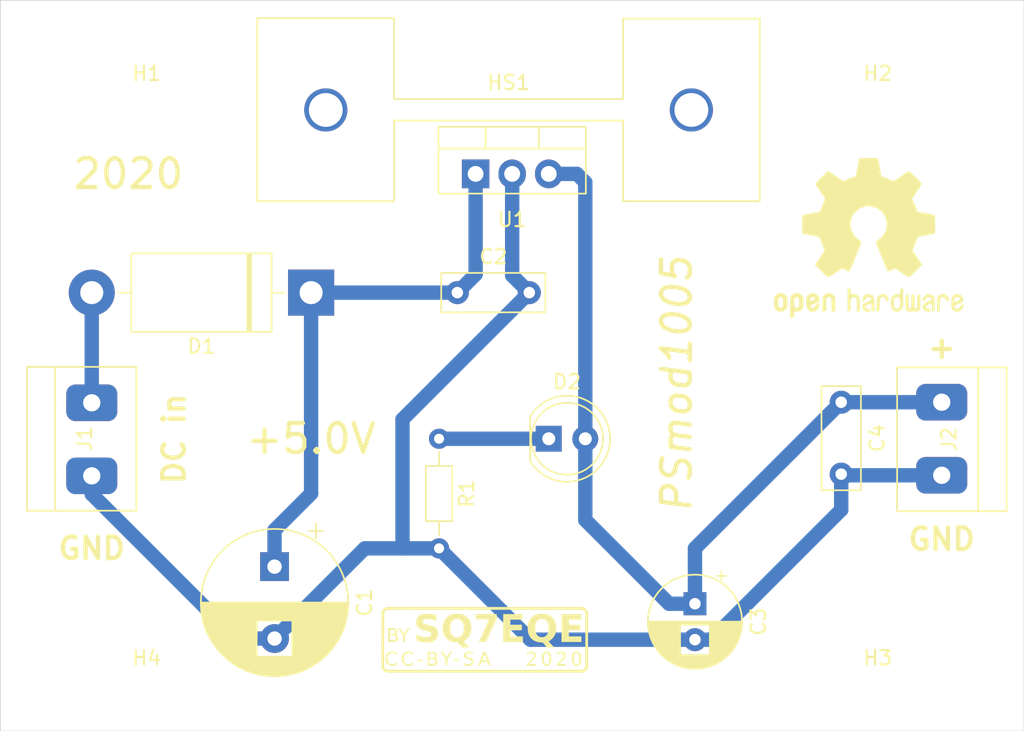
<source format=kicad_pcb>
(kicad_pcb (version 20171130) (host pcbnew 5.1.5+dfsg1-2build2)

  (general
    (thickness 1.6)
    (drawings 15)
    (tracks 37)
    (zones 0)
    (modules 17)
    (nets 6)
  )

  (page A4)
  (title_block
    (title "PSmod1005 PCB")
    (date 2020-10-28)
    (rev 1.0)
    (company "MSc Paweł Sobótka")
    (comment 1 "CC-BY-SA 4.0")
    (comment 2 "by SQ7EQE")
  )

  (layers
    (0 F.Cu jumper)
    (31 B.Cu signal)
    (33 F.Adhes user)
    (35 F.Paste user)
    (37 F.SilkS user)
    (38 B.Mask user)
    (39 F.Mask user)
    (40 Dwgs.User user)
    (41 Cmts.User user)
    (42 Eco1.User user)
    (43 Eco2.User user)
    (44 Edge.Cuts user)
    (45 Margin user)
    (46 B.CrtYd user)
    (47 F.CrtYd user)
    (49 F.Fab user)
  )

  (setup
    (last_trace_width 1)
    (trace_clearance 0.4)
    (zone_clearance 0.508)
    (zone_45_only no)
    (trace_min 0.2)
    (via_size 0.8)
    (via_drill 0.4)
    (via_min_size 0.4)
    (via_min_drill 0.3)
    (uvia_size 0.3)
    (uvia_drill 0.1)
    (uvias_allowed no)
    (uvia_min_size 0.2)
    (uvia_min_drill 0.1)
    (edge_width 0.05)
    (segment_width 0.2)
    (pcb_text_width 0.3)
    (pcb_text_size 1.5 1.5)
    (mod_edge_width 0.12)
    (mod_text_size 1 1)
    (mod_text_width 0.15)
    (pad_size 1.524 1.524)
    (pad_drill 0.762)
    (pad_to_mask_clearance 0.051)
    (solder_mask_min_width 0.25)
    (aux_axis_origin 0 0)
    (visible_elements FFFFFF7F)
    (pcbplotparams
      (layerselection 0x010fc_ffffffff)
      (usegerberextensions false)
      (usegerberattributes false)
      (usegerberadvancedattributes false)
      (creategerberjobfile false)
      (excludeedgelayer true)
      (linewidth 0.150000)
      (plotframeref false)
      (viasonmask false)
      (mode 1)
      (useauxorigin false)
      (hpglpennumber 1)
      (hpglpenspeed 20)
      (hpglpendiameter 15.000000)
      (psnegative false)
      (psa4output false)
      (plotreference true)
      (plotvalue true)
      (plotinvisibletext false)
      (padsonsilk false)
      (subtractmaskfromsilk false)
      (outputformat 1)
      (mirror false)
      (drillshape 1)
      (scaleselection 1)
      (outputdirectory ""))
  )

  (net 0 "")
  (net 1 "Net-(C1-Pad1)")
  (net 2 GND)
  (net 3 "Net-(C3-Pad1)")
  (net 4 "Net-(D1-Pad2)")
  (net 5 "Net-(D2-Pad1)")

  (net_class Default "To jest domyślna klasa połączeń."
    (clearance 0.4)
    (trace_width 1)
    (via_dia 0.8)
    (via_drill 0.4)
    (uvia_dia 0.3)
    (uvia_drill 0.1)
    (add_net GND)
    (add_net "Net-(C1-Pad1)")
    (add_net "Net-(C3-Pad1)")
    (add_net "Net-(D1-Pad2)")
    (add_net "Net-(D2-Pad1)")
  )

  (module ups-pcb:DG301-5.0-2P (layer F.Cu) (tedit 5F9AFDFA) (tstamp 5F994AC9)
    (at 191.135 107.99 90)
    (tags TerminalBlock)
    (path /5F9906BE)
    (fp_text reference J2 (at 0 0.5 90) (layer F.SilkS)
      (effects (font (size 1 1) (thickness 0.15)))
    )
    (fp_text value "DC out" (at 0 2.54 90) (layer F.Fab)
      (effects (font (size 1 1) (thickness 0.15)))
    )
    (fp_line (start -5 4.5) (end 5 4.5) (layer F.CrtYd) (width 0.12))
    (fp_line (start -5 -3.1) (end 5 -3.1) (layer F.CrtYd) (width 0.12))
    (fp_line (start -5 -3.1) (end -5 4.5) (layer F.CrtYd) (width 0.12))
    (fp_line (start 5 -3.1) (end 5 4.5) (layer F.CrtYd) (width 0.12))
    (fp_line (start -5 -3.1) (end 5 -3.1) (layer F.CrtYd) (width 0.12))
    (fp_line (start -5 -3.1) (end 5 -3.1) (layer F.SilkS) (width 0.12))
    (fp_line (start 5 -3.1) (end 5 4.5) (layer F.SilkS) (width 0.12))
    (fp_line (start -5 -3.1) (end -5 4.5) (layer F.SilkS) (width 0.12))
    (fp_line (start -5 4.5) (end 5 4.5) (layer F.SilkS) (width 0.12))
    (fp_line (start -5 2.54) (end 5 2.54) (layer F.SilkS) (width 0.12))
    (pad 1 thru_hole roundrect (at -2.5 0 90) (size 2.54 3.54) (drill 1.2) (layers *.Cu *.Mask) (roundrect_rratio 0.25)
      (net 2 GND))
    (pad 2 thru_hole roundrect (at 2.58 0 90) (size 2.54 3.54) (drill 1.2) (layers *.Cu *.Mask) (roundrect_rratio 0.25)
      (net 3 "Net-(C3-Pad1)"))
    (model ${KIPRJMOD}/packages3d/dg301-5.0P.step
      (at (xyz 0 0 0))
      (scale (xyz 1 1 1))
      (rotate (xyz 0 0 90))
    )
  )

  (module ups-pcb:DG301-5.0-2P (layer F.Cu) (tedit 5F9AFDFA) (tstamp 5F994AB9)
    (at 132.08 107.95 270)
    (tags TerminalBlock)
    (path /5F9900ED)
    (fp_text reference J1 (at 0 0.5 90) (layer F.SilkS)
      (effects (font (size 1 1) (thickness 0.15)))
    )
    (fp_text value "DC inp" (at 0 2.54 90) (layer F.Fab)
      (effects (font (size 1 1) (thickness 0.15)))
    )
    (fp_line (start -5 4.5) (end 5 4.5) (layer F.CrtYd) (width 0.12))
    (fp_line (start -5 -3.1) (end 5 -3.1) (layer F.CrtYd) (width 0.12))
    (fp_line (start -5 -3.1) (end -5 4.5) (layer F.CrtYd) (width 0.12))
    (fp_line (start 5 -3.1) (end 5 4.5) (layer F.CrtYd) (width 0.12))
    (fp_line (start -5 -3.1) (end 5 -3.1) (layer F.CrtYd) (width 0.12))
    (fp_line (start -5 -3.1) (end 5 -3.1) (layer F.SilkS) (width 0.12))
    (fp_line (start 5 -3.1) (end 5 4.5) (layer F.SilkS) (width 0.12))
    (fp_line (start -5 -3.1) (end -5 4.5) (layer F.SilkS) (width 0.12))
    (fp_line (start -5 4.5) (end 5 4.5) (layer F.SilkS) (width 0.12))
    (fp_line (start -5 2.54) (end 5 2.54) (layer F.SilkS) (width 0.12))
    (pad 1 thru_hole roundrect (at -2.5 0 270) (size 2.54 3.54) (drill 1.2) (layers *.Cu *.Mask) (roundrect_rratio 0.25)
      (net 4 "Net-(D1-Pad2)"))
    (pad 2 thru_hole roundrect (at 2.58 0 270) (size 2.54 3.54) (drill 1.2) (layers *.Cu *.Mask) (roundrect_rratio 0.25)
      (net 2 GND))
    (model ${KIPRJMOD}/packages3d/dg301-5.0P.step
      (at (xyz 0 0 0))
      (scale (xyz 1 1 1))
      (rotate (xyz 0 0 90))
    )
  )

  (module ups-pcb:sk104_25.4mm (layer F.Cu) (tedit 5F9AFE3E) (tstamp 5F994AA9)
    (at 161.040001 85.09)
    (descr "radiator na profilu sk104")
    (tags heatsink)
    (path /5F98FE0B)
    (fp_text reference HS1 (at 0 -1.905) (layer F.SilkS)
      (effects (font (size 1 1) (thickness 0.15)))
    )
    (fp_text value sk104_25.4mm (at 0 -3.81) (layer F.Fab)
      (effects (font (size 1 1) (thickness 0.15)))
    )
    (fp_line (start -7.96 -6.37) (end -7.96 -0.77) (layer F.SilkS) (width 0.12))
    (fp_line (start 7.94 -6.35) (end 17.44 -6.35) (layer F.SilkS) (width 0.12))
    (fp_line (start 17.45 6.34) (end 17.45 -6.36) (layer F.SilkS) (width 0.12))
    (fp_line (start 7.94 6.34) (end 17.44 6.34) (layer F.SilkS) (width 0.12))
    (fp_line (start -17.47 -6.38) (end -7.97 -6.38) (layer F.SilkS) (width 0.12))
    (fp_line (start -17.46 6.35) (end -17.46 -6.35) (layer F.SilkS) (width 0.12))
    (fp_line (start -17.46 6.35) (end -7.96 6.35) (layer F.SilkS) (width 0.12))
    (fp_line (start -7.95 0.75) (end -7.95 6.35) (layer F.SilkS) (width 0.12))
    (fp_line (start 7.95 0.74) (end 7.95 6.34) (layer F.SilkS) (width 0.12))
    (fp_line (start -7.95 0.74) (end 7.95 0.74) (layer F.SilkS) (width 0.12))
    (fp_line (start 7.95 -6.36) (end 7.95 -0.76) (layer F.SilkS) (width 0.12))
    (fp_line (start -7.95 -0.76) (end 7.95 -0.76) (layer F.SilkS) (width 0.12))
    (fp_line (start 7.95 0.75) (end 7.95 6.35) (layer F.CrtYd) (width 0.12))
    (fp_line (start 7.95 -6.35) (end 7.95 -0.75) (layer F.CrtYd) (width 0.12))
    (fp_line (start 7.95 6.35) (end 17.45 6.35) (layer F.CrtYd) (width 0.12))
    (fp_line (start 7.95 -6.35) (end 17.45 -6.35) (layer F.CrtYd) (width 0.12))
    (fp_line (start -7.95 0.75) (end -7.95 6.35) (layer F.CrtYd) (width 0.12))
    (fp_line (start -7.95 -6.35) (end -7.95 -0.75) (layer F.CrtYd) (width 0.12))
    (fp_line (start -17.45 -6.35) (end -7.95 -6.35) (layer F.CrtYd) (width 0.12))
    (fp_line (start -17.45 6.35) (end -7.95 6.35) (layer F.CrtYd) (width 0.12))
    (fp_line (start -7.95 -0.75) (end 7.95 -0.75) (layer F.CrtYd) (width 0.12))
    (fp_line (start -7.95 0.75) (end 7.95 0.75) (layer F.CrtYd) (width 0.12))
    (fp_line (start 17.45 6.35) (end 17.45 -6.35) (layer F.CrtYd) (width 0.12))
    (fp_line (start -17.45 6.35) (end -17.45 -6.35) (layer F.CrtYd) (width 0.12))
    (pad "" np_thru_hole circle (at 12.7 0) (size 3 3) (drill 2.35) (layers *.Cu *.Mask))
    (pad "" np_thru_hole circle (at -12.7 0) (size 3 3) (drill 2.35) (layers *.Cu *.Mask))
    (model ${KIPRJMOD}/packages3d/sk104-1.step
      (offset (xyz -17.5 6.5 0))
      (scale (xyz 0.99 1 1))
      (rotate (xyz 0 0 0))
    )
  )

  (module ups-pcb:cc-by-sa (layer F.Cu) (tedit 0) (tstamp 5F999933)
    (at 159.385 121.92)
    (path /5F9A792F)
    (fp_text reference G1 (at 0 0) (layer F.SilkS) hide
      (effects (font (size 1.524 1.524) (thickness 0.3)))
    )
    (fp_text value CC-BY-SA (at 0.75 0) (layer F.SilkS) hide
      (effects (font (size 1.524 1.524) (thickness 0.3)))
    )
    (fp_poly (pts (xy 6.683375 -1.397) (xy 5.842 -1.397) (xy 5.842 -1.031875) (xy 6.63575 -1.031875)
      (xy 6.63575 -0.66675) (xy 5.842 -0.66675) (xy 5.842 -0.22225) (xy 6.715125 -0.22225)
      (xy 6.715125 0.15875) (xy 5.333754 0.15875) (xy 5.337845 -0.805657) (xy 5.341937 -1.770063)
      (xy 6.683375 -1.778345) (xy 6.683375 -1.397)) (layer F.SilkS) (width 0.01))
    (fp_poly (pts (xy 2.619375 -1.397) (xy 1.778 -1.397) (xy 1.778 -1.031875) (xy 2.57175 -1.031875)
      (xy 2.57175 -0.667305) (xy 2.178843 -0.663059) (xy 1.785937 -0.658813) (xy 1.78152 -0.440532)
      (xy 1.777104 -0.22225) (xy 2.651125 -0.22225) (xy 2.651125 0.15875) (xy 1.285875 0.15875)
      (xy 1.285875 -1.778) (xy 2.619375 -1.778) (xy 2.619375 -1.397)) (layer F.SilkS) (width 0.01))
    (fp_poly (pts (xy 0.8255 -1.481033) (xy 0.453404 -0.66511) (xy 0.081309 0.150812) (xy -0.157783 0.155194)
      (xy -0.240817 0.156049) (xy -0.311325 0.155504) (xy -0.363833 0.153701) (xy -0.392869 0.150786)
      (xy -0.396875 0.148916) (xy -0.390494 0.132828) (xy -0.372165 0.090576) (xy -0.34311 0.024887)
      (xy -0.30455 -0.061512) (xy -0.257708 -0.165896) (xy -0.203804 -0.285537) (xy -0.144061 -0.41771)
      (xy -0.0797 -0.559687) (xy -0.053998 -0.616276) (xy 0.012073 -0.761733) (xy 0.074262 -0.89876)
      (xy 0.131311 -1.02458) (xy 0.181964 -1.136416) (xy 0.224963 -1.231489) (xy 0.259053 -1.307021)
      (xy 0.282975 -1.360236) (xy 0.295473 -1.388355) (xy 0.29695 -1.391842) (xy 0.294239 -1.398059)
      (xy 0.27883 -1.402975) (xy 0.24777 -1.406727) (xy 0.198103 -1.409452) (xy 0.126877 -1.411286)
      (xy 0.031138 -1.412367) (xy -0.09207 -1.412831) (xy -0.157052 -1.412875) (xy -0.619125 -1.412875)
      (xy -0.619125 -1.778) (xy 0.8255 -1.778) (xy 0.8255 -1.481033)) (layer F.SilkS) (width 0.01))
    (fp_poly (pts (xy -5.230603 -0.807809) (xy -5.208576 -0.803272) (xy -5.207 -0.801464) (xy -5.215403 -0.786323)
      (xy -5.238786 -0.749063) (xy -5.274418 -0.693914) (xy -5.319564 -0.625105) (xy -5.371491 -0.546865)
      (xy -5.373688 -0.543572) (xy -5.540375 -0.293843) (xy -5.540375 0.15875) (xy -5.667375 0.15875)
      (xy -5.667375 -0.302646) (xy -5.834063 -0.546581) (xy -5.886641 -0.624062) (xy -5.932406 -0.692528)
      (xy -5.96855 -0.747695) (xy -5.992267 -0.785279) (xy -6.00075 -0.800984) (xy -5.986669 -0.806346)
      (xy -5.951239 -0.80749) (xy -5.933282 -0.80657) (xy -5.906822 -0.803979) (xy -5.885329 -0.797899)
      (xy -5.864783 -0.784294) (xy -5.841163 -0.75913) (xy -5.81045 -0.718372) (xy -5.768623 -0.657985)
      (xy -5.73322 -0.605776) (xy -5.600628 -0.409864) (xy -5.467131 -0.609745) (xy -5.333634 -0.809625)
      (xy -5.270317 -0.809625) (xy -5.230603 -0.807809)) (layer F.SilkS) (width 0.01))
    (fp_poly (pts (xy -6.480969 -0.806715) (xy -6.373205 -0.802568) (xy -6.291718 -0.795803) (xy -6.231058 -0.784911)
      (xy -6.185773 -0.768385) (xy -6.150409 -0.744716) (xy -6.119516 -0.712397) (xy -6.113694 -0.705145)
      (xy -6.079451 -0.640165) (xy -6.0679 -0.567735) (xy -6.077953 -0.496361) (xy -6.108522 -0.434547)
      (xy -6.153559 -0.393594) (xy -6.20932 -0.360695) (xy -6.150344 -0.327191) (xy -6.086407 -0.275748)
      (xy -6.04848 -0.207875) (xy -6.035603 -0.121583) (xy -6.036529 -0.091068) (xy -6.050675 -0.008265)
      (xy -6.083757 0.053613) (xy -6.140474 0.102015) (xy -6.168338 0.117973) (xy -6.197309 0.131076)
      (xy -6.230411 0.140547) (xy -6.273697 0.147144) (xy -6.333222 0.151628) (xy -6.415043 0.154757)
      (xy -6.473032 0.156206) (xy -6.715125 0.161599) (xy -6.715125 -0.301625) (xy -6.588125 -0.301625)
      (xy -6.588125 0.050515) (xy -6.421763 0.045101) (xy -6.346238 0.042089) (xy -6.295238 0.03784)
      (xy -6.261537 0.030722) (xy -6.237912 0.019106) (xy -6.21714 0.001365) (xy -6.213987 -0.001762)
      (xy -6.181102 -0.054216) (xy -6.169725 -0.117162) (xy -6.178255 -0.181601) (xy -6.205094 -0.238533)
      (xy -6.248645 -0.278962) (xy -6.264552 -0.286459) (xy -6.29832 -0.293358) (xy -6.353796 -0.298615)
      (xy -6.420951 -0.301393) (xy -6.446284 -0.301625) (xy -6.588125 -0.301625) (xy -6.715125 -0.301625)
      (xy -6.715125 -0.6985) (xy -6.588125 -0.6985) (xy -6.588125 -0.409775) (xy -6.431004 -0.415232)
      (xy -6.353676 -0.41906) (xy -6.301212 -0.425009) (xy -6.266736 -0.434369) (xy -6.243374 -0.448428)
      (xy -6.240504 -0.45093) (xy -6.216982 -0.49018) (xy -6.206369 -0.545749) (xy -6.210465 -0.604212)
      (xy -6.216987 -0.626352) (xy -6.245598 -0.66103) (xy -6.301106 -0.684257) (xy -6.384677 -0.696391)
      (xy -6.4524 -0.6985) (xy -6.588125 -0.6985) (xy -6.715125 -0.6985) (xy -6.715125 -0.813086)
      (xy -6.480969 -0.806715)) (layer F.SilkS) (width 0.01))
    (fp_poly (pts (xy -3.856768 -1.79492) (xy -3.697368 -1.777273) (xy -3.535998 -1.749854) (xy -3.472657 -1.736304)
      (xy -3.3655 -1.711956) (xy -3.3655 -1.303968) (xy -3.490551 -1.349606) (xy -3.627449 -1.392503)
      (xy -3.765107 -1.42264) (xy -3.897804 -1.439572) (xy -4.01982 -1.442851) (xy -4.125433 -1.432029)
      (xy -4.208923 -1.406661) (xy -4.210597 -1.405875) (xy -4.267552 -1.364213) (xy -4.301901 -1.308664)
      (xy -4.312859 -1.246584) (xy -4.29964 -1.185328) (xy -4.261458 -1.132252) (xy -4.241488 -1.11659)
      (xy -4.199688 -1.095814) (xy -4.139082 -1.074343) (xy -4.072203 -1.056567) (xy -4.066863 -1.055416)
      (xy -3.899498 -1.018362) (xy -3.760475 -0.983585) (xy -3.646574 -0.949929) (xy -3.554573 -0.916238)
      (xy -3.481253 -0.881354) (xy -3.423391 -0.844121) (xy -3.384625 -0.810433) (xy -3.314511 -0.718244)
      (xy -3.268382 -0.607344) (xy -3.247045 -0.480722) (xy -3.251311 -0.341369) (xy -3.253401 -0.325218)
      (xy -3.284785 -0.188755) (xy -3.338378 -0.074408) (xy -3.41502 0.018692) (xy -3.515551 0.091415)
      (xy -3.640811 0.144629) (xy -3.729524 0.16784) (xy -3.785659 0.175867) (xy -3.864358 0.182087)
      (xy -3.956473 0.186296) (xy -4.05286 0.188289) (xy -4.144372 0.187863) (xy -4.221862 0.184813)
      (xy -4.270375 0.179925) (xy -4.348502 0.165574) (xy -4.442739 0.145287) (xy -4.53895 0.122333)
      (xy -4.623002 0.099978) (xy -4.647407 0.092755) (xy -4.746625 0.062224) (xy -4.746625 -0.145212)
      (xy -4.745924 -0.233289) (xy -4.743573 -0.293345) (xy -4.739205 -0.329083) (xy -4.732452 -0.344207)
      (xy -4.726782 -0.344807) (xy -4.704075 -0.335549) (xy -4.659732 -0.317257) (xy -4.601426 -0.293104)
      (xy -4.56882 -0.279563) (xy -4.420469 -0.224763) (xy -4.284205 -0.190067) (xy -4.149603 -0.173191)
      (xy -4.071938 -0.170674) (xy -3.951293 -0.177403) (xy -3.858001 -0.198919) (xy -3.790981 -0.235887)
      (xy -3.749148 -0.288971) (xy -3.73142 -0.358836) (xy -3.730625 -0.380148) (xy -3.737544 -0.442943)
      (xy -3.760113 -0.485932) (xy -3.762836 -0.488963) (xy -3.784128 -0.510106) (xy -3.807511 -0.528099)
      (xy -3.83707 -0.544365) (xy -3.876888 -0.560328) (xy -3.931052 -0.577411) (xy -4.003644 -0.597037)
      (xy -4.09875 -0.620632) (xy -4.220454 -0.649617) (xy -4.230688 -0.652029) (xy -4.386509 -0.697965)
      (xy -4.513679 -0.756253) (xy -4.613284 -0.828127) (xy -4.686411 -0.914819) (xy -4.734148 -1.017562)
      (xy -4.757583 -1.137588) (xy -4.759344 -1.251438) (xy -4.740951 -1.38711) (xy -4.699594 -1.502097)
      (xy -4.633903 -1.598174) (xy -4.542506 -1.677112) (xy -4.424033 -1.740686) (xy -4.362906 -1.764272)
      (xy -4.267267 -1.787471) (xy -4.147306 -1.800194) (xy -4.00861 -1.802619) (xy -3.856768 -1.79492)) (layer F.SilkS) (width 0.01))
    (fp_poly (pts (xy 4.087612 -1.797844) (xy 4.193582 -1.788715) (xy 4.279532 -1.77348) (xy 4.28625 -1.771726)
      (xy 4.451306 -1.712893) (xy 4.593578 -1.631958) (xy 4.71303 -1.528966) (xy 4.809628 -1.403963)
      (xy 4.883335 -1.256993) (xy 4.934118 -1.088103) (xy 4.961941 -0.897336) (xy 4.961973 -0.896938)
      (xy 4.963268 -0.711119) (xy 4.937256 -0.535334) (xy 4.885111 -0.372124) (xy 4.808004 -0.224033)
      (xy 4.70711 -0.093603) (xy 4.583599 0.016624) (xy 4.521234 0.058784) (xy 4.427854 0.116422)
      (xy 4.481065 0.173304) (xy 4.512428 0.207239) (xy 4.558864 0.257989) (xy 4.614192 0.318782)
      (xy 4.672235 0.382843) (xy 4.674156 0.384968) (xy 4.814034 0.53975) (xy 4.336267 0.53975)
      (xy 4.182172 0.367332) (xy 4.028078 0.194915) (xy 3.88332 0.185628) (xy 3.69886 0.160817)
      (xy 3.533275 0.111678) (xy 3.387517 0.038895) (xy 3.262542 -0.05685) (xy 3.159303 -0.174873)
      (xy 3.078754 -0.314491) (xy 3.038058 -0.419457) (xy 3.008383 -0.542476) (xy 2.99071 -0.683876)
      (xy 2.988832 -0.738448) (xy 3.497536 -0.738448) (xy 3.512708 -0.608851) (xy 3.543322 -0.488071)
      (xy 3.589299 -0.381928) (xy 3.650559 -0.296241) (xy 3.670206 -0.276917) (xy 3.76166 -0.214838)
      (xy 3.867457 -0.177492) (xy 3.980891 -0.165842) (xy 4.095255 -0.180853) (xy 4.167187 -0.205482)
      (xy 4.23743 -0.249857) (xy 4.305416 -0.317212) (xy 4.363816 -0.399184) (xy 4.398682 -0.469602)
      (xy 4.413496 -0.510047) (xy 4.423849 -0.548931) (xy 4.430537 -0.593243) (xy 4.434357 -0.649976)
      (xy 4.436107 -0.726122) (xy 4.436544 -0.801688) (xy 4.436283 -0.896989) (xy 4.434482 -0.967746)
      (xy 4.430326 -1.021157) (xy 4.423003 -1.06442) (xy 4.4117 -1.104733) (xy 4.397999 -1.143)
      (xy 4.3411 -1.254465) (xy 4.265067 -1.341164) (xy 4.171679 -1.401944) (xy 4.062713 -1.435649)
      (xy 3.939948 -1.441126) (xy 3.938845 -1.441048) (xy 3.82513 -1.420804) (xy 3.729674 -1.37654)
      (xy 3.656078 -1.315048) (xy 3.592852 -1.228642) (xy 3.545464 -1.12196) (xy 3.513835 -1.000822)
      (xy 3.497885 -0.871045) (xy 3.497536 -0.738448) (xy 2.988832 -0.738448) (xy 2.985596 -0.832424)
      (xy 2.993597 -0.976888) (xy 3.00616 -1.063625) (xy 3.052575 -1.230696) (xy 3.124735 -1.379817)
      (xy 3.221206 -1.509448) (xy 3.340552 -1.61805) (xy 3.481338 -1.704082) (xy 3.642129 -1.766004)
      (xy 3.667125 -1.772917) (xy 3.751378 -1.788405) (xy 3.85633 -1.797709) (xy 3.971802 -1.800849)
      (xy 4.087612 -1.797844)) (layer F.SilkS) (width 0.01))
    (fp_poly (pts (xy -1.755001 -1.792265) (xy -1.604178 -1.767851) (xy -1.471404 -1.724952) (xy -1.351736 -1.661875)
      (xy -1.240232 -1.576926) (xy -1.217136 -1.555911) (xy -1.111612 -1.435933) (xy -1.031148 -1.2968)
      (xy -0.975693 -1.138365) (xy -0.945199 -0.960481) (xy -0.939613 -0.762999) (xy -0.940211 -0.747054)
      (xy -0.945877 -0.651672) (xy -0.955098 -0.575891) (xy -0.969945 -0.507594) (xy -0.992493 -0.434665)
      (xy -0.99481 -0.427924) (xy -1.062259 -0.273534) (xy -1.15007 -0.139003) (xy -1.255903 -0.027244)
      (xy -1.377417 0.058828) (xy -1.392047 0.066818) (xy -1.431782 0.090169) (xy -1.45648 0.109055)
      (xy -1.4605 0.115281) (xy -1.450405 0.130788) (xy -1.422647 0.165194) (xy -1.381019 0.213996)
      (xy -1.329317 0.272689) (xy -1.306715 0.29787) (xy -1.248911 0.361986) (xy -1.196332 0.420402)
      (xy -1.15382 0.46773) (xy -1.12622 0.498582) (xy -1.121385 0.504031) (xy -1.089841 0.53975)
      (xy -1.326765 0.539718) (xy -1.563688 0.539687) (xy -1.717467 0.367554) (xy -1.871245 0.19542)
      (xy -2.019092 0.185187) (xy -2.191282 0.163535) (xy -2.341209 0.122919) (xy -2.473361 0.061471)
      (xy -2.592229 -0.022674) (xy -2.652384 -0.078117) (xy -2.746756 -0.188402) (xy -2.818713 -0.309851)
      (xy -2.87003 -0.446873) (xy -2.902482 -0.603874) (xy -2.915068 -0.73025) (xy -2.914676 -0.809625)
      (xy -2.388706 -0.809625) (xy -2.387194 -0.687929) (xy -2.381223 -0.591604) (xy -2.369441 -0.514424)
      (xy -2.350495 -0.450162) (xy -2.323034 -0.392592) (xy -2.285775 -0.335583) (xy -2.211607 -0.25902)
      (xy -2.119422 -0.204893) (xy -2.014775 -0.174374) (xy -1.903225 -0.168632) (xy -1.790329 -0.188837)
      (xy -1.719198 -0.216277) (xy -1.663933 -0.248129) (xy -1.614047 -0.286013) (xy -1.593629 -0.306405)
      (xy -1.532046 -0.400994) (xy -1.48729 -0.515074) (xy -1.459275 -0.642492) (xy -1.44791 -0.777093)
      (xy -1.453107 -0.912723) (xy -1.474777 -1.043227) (xy -1.512831 -1.162452) (xy -1.56718 -1.264242)
      (xy -1.608204 -1.315048) (xy -1.691337 -1.38252) (xy -1.788532 -1.424099) (xy -1.890971 -1.441048)
      (xy -2.013447 -1.435427) (xy -2.123418 -1.401255) (xy -2.21839 -1.34011) (xy -2.295869 -1.253572)
      (xy -2.350713 -1.15) (xy -2.365335 -1.110276) (xy -2.375632 -1.072251) (xy -2.382362 -1.029137)
      (xy -2.386281 -0.974147) (xy -2.388148 -0.900493) (xy -2.388706 -0.809625) (xy -2.914676 -0.809625)
      (xy -2.914145 -0.916702) (xy -2.887781 -1.091387) (xy -2.837149 -1.251888) (xy -2.763418 -1.395787)
      (xy -2.667759 -1.520666) (xy -2.551344 -1.624107) (xy -2.45264 -1.685367) (xy -2.354133 -1.732201)
      (xy -2.260559 -1.765058) (xy -2.162716 -1.78595) (xy -2.051402 -1.796888) (xy -1.928813 -1.799889)
      (xy -1.755001 -1.792265)) (layer F.SilkS) (width 0.01))
    (fp_poly (pts (xy -1.801813 1.389062) (xy -1.796838 1.440656) (xy -1.791864 1.49225) (xy -2.143125 1.49225)
      (xy -2.143125 1.38005) (xy -1.801813 1.389062)) (layer F.SilkS) (width 0.01))
    (fp_poly (pts (xy -4.318 1.49225) (xy -4.669262 1.49225) (xy -4.664288 1.440656) (xy -4.659313 1.389062)
      (xy -4.488657 1.384556) (xy -4.318 1.38005) (xy -4.318 1.49225)) (layer F.SilkS) (width 0.01))
    (fp_poly (pts (xy 5.414518 0.840332) (xy 5.491743 0.868822) (xy 5.505684 0.877232) (xy 5.568258 0.936395)
      (xy 5.606721 1.01167) (xy 5.619643 1.096952) (xy 5.605596 1.186137) (xy 5.588219 1.229858)
      (xy 5.566808 1.262981) (xy 5.527515 1.313402) (xy 5.474772 1.37583) (xy 5.413009 1.444976)
      (xy 5.364628 1.496808) (xy 5.172567 1.698625) (xy 5.61975 1.698625) (xy 5.61975 1.80975)
      (xy 5.0165 1.80975) (xy 5.0165 1.751789) (xy 5.018193 1.729512) (xy 5.025265 1.707218)
      (xy 5.040707 1.681003) (xy 5.067508 1.646966) (xy 5.108658 1.601206) (xy 5.167146 1.53982)
      (xy 5.222692 1.482714) (xy 5.314782 1.386252) (xy 5.384938 1.307152) (xy 5.435308 1.242087)
      (xy 5.468044 1.187729) (xy 5.485294 1.140753) (xy 5.489209 1.097831) (xy 5.486428 1.074593)
      (xy 5.460282 1.010519) (xy 5.411693 0.965715) (xy 5.344122 0.941093) (xy 5.261031 0.937566)
      (xy 5.165882 0.956045) (xy 5.110558 0.975556) (xy 5.014748 1.014487) (xy 5.019592 0.94834)
      (xy 5.023444 0.911963) (xy 5.033199 0.889602) (xy 5.056207 0.874231) (xy 5.099815 0.858821)
      (xy 5.119687 0.85262) (xy 5.219299 0.831645) (xy 5.32064 0.827745) (xy 5.414518 0.840332)) (layer F.SilkS) (width 0.01))
    (fp_poly (pts (xy 3.347706 0.845727) (xy 3.42663 0.883406) (xy 3.48688 0.938552) (xy 3.525132 1.009439)
      (xy 3.538062 1.094345) (xy 3.537027 1.116638) (xy 3.530481 1.161287) (xy 3.516779 1.20444)
      (xy 3.493196 1.250103) (xy 3.457008 1.302283) (xy 3.405491 1.364985) (xy 3.335919 1.442214)
      (xy 3.262691 1.520031) (xy 3.092637 1.698625) (xy 3.540125 1.698625) (xy 3.540125 1.80975)
      (xy 2.936875 1.80975) (xy 2.936875 1.752386) (xy 2.938666 1.730158) (xy 2.946021 1.707618)
      (xy 2.961911 1.680856) (xy 2.989309 1.645961) (xy 3.031186 1.599023) (xy 3.090514 1.536133)
      (xy 3.141566 1.483063) (xy 3.216753 1.403127) (xy 3.282473 1.329216) (xy 3.334947 1.265814)
      (xy 3.370393 1.217405) (xy 3.38136 1.198592) (xy 3.406556 1.121009) (xy 3.401808 1.053537)
      (xy 3.367 0.995405) (xy 3.347867 0.977269) (xy 3.287194 0.945957) (xy 3.208406 0.935738)
      (xy 3.117148 0.946647) (xy 3.027313 0.975259) (xy 2.935189 1.01314) (xy 2.94 0.947579)
      (xy 2.944194 0.910208) (xy 2.954975 0.887729) (xy 2.980081 0.872345) (xy 3.027252 0.856253)
      (xy 3.032125 0.854729) (xy 3.147129 0.829664) (xy 3.253431 0.827238) (xy 3.347706 0.845727)) (layer F.SilkS) (width 0.01))
    (fp_poly (pts (xy 0.23433 1.313284) (xy 0.277953 1.428996) (xy 0.317716 1.535189) (xy 0.352277 1.628225)
      (xy 0.380296 1.704465) (xy 0.40043 1.76027) (xy 0.41134 1.792001) (xy 0.412924 1.797843)
      (xy 0.39873 1.805359) (xy 0.363563 1.809481) (xy 0.35039 1.80975) (xy 0.314843 1.808212)
      (xy 0.292716 1.798823) (xy 0.276176 1.774422) (xy 0.257388 1.727844) (xy 0.255605 1.723084)
      (xy 0.235743 1.667716) (xy 0.219504 1.618451) (xy 0.213056 1.596084) (xy 0.202933 1.55575)
      (xy -0.2355 1.55575) (xy -0.263198 1.631156) (xy -0.290899 1.706355) (xy -0.31093 1.756825)
      (xy -0.326979 1.787483) (xy -0.342736 1.803249) (xy -0.361888 1.809042) (xy -0.388126 1.809779)
      (xy -0.397135 1.80975) (xy -0.438268 1.807697) (xy -0.454663 1.799281) (xy -0.453476 1.781968)
      (xy -0.445713 1.760597) (xy -0.428087 1.713463) (xy -0.402071 1.64446) (xy -0.369138 1.557482)
      (xy -0.33076 1.456424) (xy -0.32232 1.434254) (xy -0.1905 1.434254) (xy -0.1757 1.438439)
      (xy -0.13559 1.441816) (xy -0.076608 1.443998) (xy -0.017521 1.444625) (xy 0.155458 1.444625)
      (xy 0.075361 1.226343) (xy 0.046277 1.148194) (xy 0.020388 1.080687) (xy -0.00009 1.029455)
      (xy -0.012936 1.000129) (xy -0.015499 0.995725) (xy -0.023472 1.006291) (xy -0.039988 1.040541)
      (xy -0.06261 1.092369) (xy -0.0889 1.155669) (xy -0.116423 1.224333) (xy -0.142741 1.292254)
      (xy -0.165416 1.353327) (xy -0.182013 1.401445) (xy -0.190095 1.430501) (xy -0.1905 1.434254)
      (xy -0.32232 1.434254) (xy -0.28841 1.34518) (xy -0.27185 1.30175) (xy -0.099264 0.849312)
      (xy -0.021851 0.844972) (xy 0.055562 0.840631) (xy 0.23433 1.313284)) (layer F.SilkS) (width 0.01))
    (fp_poly (pts (xy -2.794 1.031875) (xy -2.747908 1.099519) (xy -2.707577 1.156545) (xy -2.676434 1.19827)
      (xy -2.657905 1.220016) (xy -2.654781 1.222071) (xy -2.642382 1.209406) (xy -2.616177 1.174801)
      (xy -2.579569 1.122996) (xy -2.535963 1.058731) (xy -2.517965 1.031571) (xy -2.392741 0.841375)
      (xy -2.253742 0.841375) (xy -2.416715 1.083468) (xy -2.579688 1.325562) (xy -2.587625 1.563687)
      (xy -2.595563 1.801812) (xy -2.651693 1.806536) (xy -2.692147 1.80677) (xy -2.717575 1.80114)
      (xy -2.719162 1.799922) (xy -2.723201 1.78078) (xy -2.726606 1.735861) (xy -2.729094 1.671135)
      (xy -2.730383 1.592574) (xy -2.7305 1.559589) (xy -2.7305 1.330595) (xy -2.89793 1.085985)
      (xy -3.065359 0.841375) (xy -2.921627 0.841375) (xy -2.794 1.031875)) (layer F.SilkS) (width 0.01))
    (fp_poly (pts (xy -3.726657 0.843918) (xy -3.616147 0.847631) (xy -3.532374 0.854378) (xy -3.470349 0.865962)
      (xy -3.425081 0.884185) (xy -3.391583 0.91085) (xy -3.364864 0.94776) (xy -3.347377 0.980957)
      (xy -3.325053 1.05749) (xy -3.328948 1.133015) (xy -3.357006 1.20026) (xy -3.40717 1.251953)
      (xy -3.427423 1.263955) (xy -3.448028 1.276116) (xy -3.448253 1.287005) (xy -3.425192 1.303596)
      (xy -3.406192 1.314928) (xy -3.342198 1.365081) (xy -3.304168 1.427201) (xy -3.28951 1.506566)
      (xy -3.289967 1.551505) (xy -3.295755 1.611799) (xy -3.307676 1.652706) (xy -3.330072 1.686538)
      (xy -3.342423 1.700304) (xy -3.379207 1.735129) (xy -3.418443 1.760997) (xy -3.46579 1.779436)
      (xy -3.526905 1.791976) (xy -3.607445 1.800144) (xy -3.713068 1.805468) (xy -3.734594 1.806222)
      (xy -3.96875 1.814064) (xy -3.96875 1.349375) (xy -3.84175 1.349375) (xy -3.84175 1.698625)
      (xy -3.706303 1.698625) (xy -3.625761 1.695576) (xy -3.55832 1.687205) (xy -3.517081 1.676156)
      (xy -3.463223 1.640804) (xy -3.433203 1.587777) (xy -3.424671 1.520031) (xy -3.435805 1.445055)
      (xy -3.468304 1.390966) (xy -3.502929 1.367003) (xy -3.535618 1.359206) (xy -3.59055 1.353174)
      (xy -3.658232 1.349794) (xy -3.691685 1.349375) (xy -3.84175 1.349375) (xy -3.96875 1.349375)
      (xy -3.96875 0.9525) (xy -3.84175 0.9525) (xy -3.84175 1.23825) (xy -3.717119 1.23825)
      (xy -3.649808 1.236001) (xy -3.588417 1.230073) (xy -3.545197 1.221695) (xy -3.542159 1.220705)
      (xy -3.495682 1.195365) (xy -3.469925 1.155363) (xy -3.460906 1.093899) (xy -3.46075 1.081695)
      (xy -3.466646 1.031894) (xy -3.488623 0.997532) (xy -3.502579 0.985402) (xy -3.52756 0.969404)
      (xy -3.558176 0.95951) (xy -3.602324 0.954357) (xy -3.667903 0.952579) (xy -3.693079 0.9525)
      (xy -3.84175 0.9525) (xy -3.96875 0.9525) (xy -3.96875 0.838525) (xy -3.726657 0.843918)) (layer F.SilkS) (width 0.01))
    (fp_poly (pts (xy 6.457557 0.833937) (xy 6.538086 0.865471) (xy 6.603233 0.924142) (xy 6.639368 0.979129)
      (xy 6.678784 1.077808) (xy 6.702959 1.195343) (xy 6.7115 1.322527) (xy 6.704014 1.450153)
      (xy 6.68011 1.569012) (xy 6.666303 1.610866) (xy 6.617376 1.701305) (xy 6.549273 1.768067)
      (xy 6.465954 1.809156) (xy 6.371378 1.822578) (xy 6.275025 1.807976) (xy 6.216922 1.777728)
      (xy 6.159984 1.725118) (xy 6.112231 1.658787) (xy 6.087525 1.605959) (xy 6.07041 1.537508)
      (xy 6.058321 1.448505) (xy 6.053045 1.368715) (xy 6.179689 1.368715) (xy 6.188037 1.469951)
      (xy 6.2065 1.557789) (xy 6.216258 1.58586) (xy 6.242165 1.63488) (xy 6.27406 1.675469)
      (xy 6.282545 1.683047) (xy 6.338873 1.70905) (xy 6.404161 1.712537) (xy 6.465017 1.693541)
      (xy 6.481587 1.682548) (xy 6.524367 1.629628) (xy 6.554732 1.548585) (xy 6.57235 1.440661)
      (xy 6.577051 1.325562) (xy 6.573147 1.210691) (xy 6.561325 1.121369) (xy 6.540336 1.052104)
      (xy 6.508933 0.997404) (xy 6.499965 0.986138) (xy 6.445025 0.942072) (xy 6.382776 0.925686)
      (xy 6.320437 0.93643) (xy 6.265227 0.973752) (xy 6.24017 1.005966) (xy 6.211695 1.072706)
      (xy 6.191881 1.161283) (xy 6.181091 1.262889) (xy 6.179689 1.368715) (xy 6.053045 1.368715)
      (xy 6.051796 1.349832) (xy 6.051373 1.252369) (xy 6.057593 1.166997) (xy 6.063935 1.129609)
      (xy 6.097699 1.01755) (xy 6.144056 0.933366) (xy 6.205031 0.874991) (xy 6.282647 0.84036)
      (xy 6.359318 0.828283) (xy 6.457557 0.833937)) (layer F.SilkS) (width 0.01))
    (fp_poly (pts (xy 4.374985 0.834127) (xy 4.454852 0.86409) (xy 4.51878 0.920366) (xy 4.560444 0.985472)
      (xy 4.600661 1.088937) (xy 4.624414 1.204651) (xy 4.632148 1.325807) (xy 4.624308 1.445594)
      (xy 4.60134 1.557204) (xy 4.563688 1.653827) (xy 4.511863 1.728586) (xy 4.434706 1.788269)
      (xy 4.346135 1.818748) (xy 4.248478 1.819441) (xy 4.19507 1.80789) (xy 4.124405 1.771377)
      (xy 4.06385 1.707188) (xy 4.016026 1.6185) (xy 3.998978 1.570201) (xy 3.977309 1.46807)
      (xy 3.971227 1.391767) (xy 4.098558 1.391767) (xy 4.112178 1.507525) (xy 4.140751 1.598818)
      (xy 4.183768 1.664486) (xy 4.240722 1.703367) (xy 4.302105 1.7145) (xy 4.354126 1.708749)
      (xy 4.39311 1.686557) (xy 4.412816 1.667338) (xy 4.444097 1.622032) (xy 4.46995 1.564704)
      (xy 4.476146 1.544307) (xy 4.486442 1.482384) (xy 4.49261 1.400895) (xy 4.494615 1.310418)
      (xy 4.492425 1.221533) (xy 4.486008 1.144819) (xy 4.477529 1.098269) (xy 4.444943 1.020537)
      (xy 4.398359 0.965252) (xy 4.34291 0.933276) (xy 4.283729 0.925472) (xy 4.225949 0.942702)
      (xy 4.174704 0.985829) (xy 4.140903 1.041702) (xy 4.120344 1.10756) (xy 4.105578 1.195548)
      (xy 4.100398 1.252708) (xy 4.098558 1.391767) (xy 3.971227 1.391767) (xy 3.968141 1.353063)
      (xy 3.971103 1.235281) (xy 3.985826 1.124827) (xy 4.011938 1.031804) (xy 4.019349 1.014301)
      (xy 4.069585 0.928873) (xy 4.13103 0.871368) (xy 4.207908 0.838734) (xy 4.276249 0.828862)
      (xy 4.374985 0.834127)) (layer F.SilkS) (width 0.01))
    (fp_poly (pts (xy -1.038823 0.829878) (xy -0.957797 0.836938) (xy -0.912813 0.8457) (xy -0.866226 0.859585)
      (xy -0.842106 0.874338) (xy -0.832139 0.898594) (xy -0.828578 0.933171) (xy -0.823718 0.999249)
      (xy -0.883034 0.974465) (xy -0.974079 0.945607) (xy -1.065838 0.932668) (xy -1.151461 0.93529)
      (xy -1.2241 0.953112) (xy -1.276906 0.985775) (xy -1.285734 0.995613) (xy -1.311349 1.048315)
      (xy -1.315874 1.106466) (xy -1.299241 1.157956) (xy -1.286713 1.173912) (xy -1.251728 1.197267)
      (xy -1.202516 1.217499) (xy -1.187494 1.221737) (xy -1.088927 1.246421) (xy -1.01586 1.265834)
      (xy -0.962902 1.28204) (xy -0.92466 1.297101) (xy -0.895743 1.31308) (xy -0.870759 1.33204)
      (xy -0.849753 1.350953) (xy -0.785813 1.410596) (xy -0.785813 1.669153) (xy -0.850652 1.729634)
      (xy -0.92385 1.778596) (xy -1.016265 1.811191) (xy -1.118824 1.825463) (xy -1.222455 1.819457)
      (xy -1.246188 1.814846) (xy -1.279331 1.806605) (xy -1.329215 1.793324) (xy -1.361282 1.784494)
      (xy -1.409093 1.770141) (xy -1.433875 1.756268) (xy -1.443196 1.734884) (xy -1.444625 1.697995)
      (xy -1.444625 1.696483) (xy -1.442769 1.656001) (xy -1.434875 1.640553) (xy -1.417457 1.643523)
      (xy -1.416844 1.643787) (xy -1.303537 1.684745) (xy -1.198755 1.706931) (xy -1.105522 1.711113)
      (xy -1.02686 1.698061) (xy -0.965791 1.668542) (xy -0.925337 1.623325) (xy -0.90852 1.563179)
      (xy -0.91189 1.5154) (xy -0.930649 1.466466) (xy -0.968895 1.428201) (xy -1.030627 1.3979)
      (xy -1.119848 1.372859) (xy -1.124222 1.37189) (xy -1.240497 1.340509) (xy -1.327919 1.302689)
      (xy -1.38911 1.256178) (xy -1.42669 1.198722) (xy -1.443279 1.128068) (xy -1.444625 1.096434)
      (xy -1.431661 1.005488) (xy -1.392327 0.931883) (xy -1.333221 0.878993) (xy -1.295087 0.856564)
      (xy -1.256939 0.842585) (xy -1.208621 0.834598) (xy -1.139976 0.830146) (xy -1.129565 0.829719)
      (xy -1.038823 0.829878)) (layer F.SilkS) (width 0.01))
    (fp_poly (pts (xy -5.173998 0.84017) (xy -5.082126 0.866906) (xy -5.076032 0.86954) (xy -5.031733 0.890929)
      (xy -5.009394 0.910168) (xy -5.001529 0.936982) (xy -5.000625 0.967482) (xy -5.002211 1.007594)
      (xy -5.006176 1.030105) (xy -5.007858 1.031875) (xy -5.024199 1.023763) (xy -5.056875 1.003332)
      (xy -5.072955 0.992607) (xy -5.132767 0.96006) (xy -5.199007 0.942162) (xy -5.28083 0.937092)
      (xy -5.340361 0.939396) (xy -5.436143 0.957378) (xy -5.51227 0.999269) (xy -5.57237 1.067392)
      (xy -5.591562 1.100263) (xy -5.609119 1.139612) (xy -5.619878 1.182303) (xy -5.625369 1.237696)
      (xy -5.627124 1.315154) (xy -5.627134 1.317625) (xy -5.626121 1.394999) (xy -5.621323 1.450696)
      (xy -5.611108 1.494713) (xy -5.593844 1.537051) (xy -5.590046 1.544891) (xy -5.536165 1.621225)
      (xy -5.463499 1.675457) (xy -5.376865 1.706718) (xy -5.281085 1.714141) (xy -5.180975 1.696856)
      (xy -5.081357 1.653996) (xy -5.059202 1.640545) (xy -4.998716 1.60166) (xy -5.00364 1.669986)
      (xy -5.008951 1.711716) (xy -5.022586 1.737992) (xy -5.052557 1.759525) (xy -5.082059 1.774794)
      (xy -5.155339 1.800234) (xy -5.245496 1.81582) (xy -5.338815 1.820208) (xy -5.421584 1.812052)
      (xy -5.433735 1.809292) (xy -5.541906 1.767449) (xy -5.630712 1.700894) (xy -5.701246 1.60869)
      (xy -5.728047 1.556987) (xy -5.756039 1.467758) (xy -5.769276 1.361863) (xy -5.767449 1.25091)
      (xy -5.750243 1.146508) (xy -5.740023 1.112176) (xy -5.69344 1.020179) (xy -5.623882 0.939176)
      (xy -5.539087 0.876919) (xy -5.477959 0.849672) (xy -5.385558 0.830879) (xy -5.27969 0.827936)
      (xy -5.173998 0.84017)) (layer F.SilkS) (width 0.01))
    (fp_poly (pts (xy -6.352673 0.834671) (xy -6.297532 0.839536) (xy -6.253819 0.849781) (xy -6.211403 0.867151)
      (xy -6.199188 0.873125) (xy -6.153414 0.897792) (xy -6.129055 0.919218) (xy -6.118511 0.947058)
      (xy -6.114936 0.98019) (xy -6.110059 1.047567) (xy -6.192907 0.996066) (xy -6.242716 0.967959)
      (xy -6.287984 0.951371) (xy -6.341772 0.942667) (xy -6.397746 0.939025) (xy -6.502341 0.942805)
      (xy -6.584959 0.966013) (xy -6.650066 1.010498) (xy -6.691225 1.060645) (xy -6.731686 1.146055)
      (xy -6.753347 1.245634) (xy -6.756632 1.351082) (xy -6.741967 1.454096) (xy -6.709775 1.546375)
      (xy -6.662774 1.617158) (xy -6.592276 1.671569) (xy -6.505636 1.7037) (xy -6.409687 1.713185)
      (xy -6.311264 1.699657) (xy -6.217199 1.662748) (xy -6.184489 1.642835) (xy -6.147788 1.618938)
      (xy -6.123377 1.604915) (xy -6.119108 1.603375) (xy -6.114602 1.617486) (xy -6.112074 1.652789)
      (xy -6.111875 1.667753) (xy -6.113489 1.704396) (xy -6.122942 1.727958) (xy -6.147153 1.746802)
      (xy -6.193041 1.769288) (xy -6.197634 1.771392) (xy -6.283389 1.800026) (xy -6.382041 1.816617)
      (xy -6.478996 1.819447) (xy -6.5405 1.811796) (xy -6.644769 1.774333) (xy -6.736586 1.712704)
      (xy -6.81019 1.632095) (xy -6.85982 1.53769) (xy -6.866012 1.5188) (xy -6.883537 1.429847)
      (xy -6.889602 1.328431) (xy -6.884416 1.227079) (xy -6.86819 1.138314) (xy -6.859169 1.110482)
      (xy -6.814068 1.016446) (xy -6.756238 0.945156) (xy -6.678501 0.888093) (xy -6.665441 0.880655)
      (xy -6.621883 0.858117) (xy -6.583776 0.844139) (xy -6.541073 0.836713) (xy -6.48373 0.833829)
      (xy -6.429375 0.833437) (xy -6.352673 0.834671)) (layer F.SilkS) (width 0.01))
    (fp_poly (pts (xy 6.918328 -2.221579) (xy 7.004848 -2.169067) (xy 7.070501 -2.105317) (xy 7.123874 -2.021369)
      (xy 7.13812 -1.992313) (xy 7.175189 -1.912938) (xy 7.175189 1.928812) (xy 7.13812 2.008187)
      (xy 7.086683 2.099579) (xy 7.02543 2.168204) (xy 6.945771 2.223023) (xy 6.918328 2.237453)
      (xy 6.821178 2.286) (xy -6.821179 2.286) (xy -6.918329 2.237453) (xy -7.004849 2.184941)
      (xy -7.070502 2.121191) (xy -7.123875 2.037243) (xy -7.138121 2.008187) (xy -7.17519 1.928812)
      (xy -7.17519 0.838471) (xy -6.998817 0.838471) (xy -6.99865 1.033975) (xy -6.998319 1.213267)
      (xy -6.997829 1.374238) (xy -6.997187 1.514781) (xy -6.996397 1.632787) (xy -6.995465 1.726147)
      (xy -6.994397 1.792755) (xy -6.993198 1.830501) (xy -6.992723 1.83673) (xy -6.967832 1.929836)
      (xy -6.919429 2.007544) (xy -6.851566 2.065002) (xy -6.776676 2.095513) (xy -6.75728 2.096376)
      (xy -6.707176 2.097213) (xy -6.627404 2.098022) (xy -6.519006 2.098802) (xy -6.383023 2.099551)
      (xy -6.220497 2.100267) (xy -6.032468 2.100949) (xy -5.819978 2.101596) (xy -5.584069 2.102206)
      (xy -5.32578 2.102777) (xy -5.046155 2.103308) (xy -4.746234 2.103796) (xy -4.427058 2.104242)
      (xy -4.089668 2.104642) (xy -3.735107 2.104995) (xy -3.364414 2.105301) (xy -2.978632 2.105556)
      (xy -2.578802 2.10576) (xy -2.165965 2.105912) (xy -1.741162 2.106008) (xy -1.305434 2.106049)
      (xy -0.859823 2.106032) (xy -0.405371 2.105956) (xy 0.03175 2.105827) (xy 0.584527 2.105627)
      (xy 1.106445 2.105425) (xy 1.598392 2.105217) (xy 2.061258 2.105001) (xy 2.495934 2.104771)
      (xy 2.903309 2.104525) (xy 3.284272 2.104258) (xy 3.639714 2.103966) (xy 3.970525 2.103646)
      (xy 4.277593 2.103293) (xy 4.56181 2.102904) (xy 4.824064 2.102475) (xy 5.065246 2.102001)
      (xy 5.286245 2.10148) (xy 5.487952 2.100908) (xy 5.671255 2.100279) (xy 5.837045 2.099591)
      (xy 5.986211 2.09884) (xy 6.119644 2.098022) (xy 6.238233 2.097132) (xy 6.342868 2.096167)
      (xy 6.434439 2.095124) (xy 6.513835 2.093998) (xy 6.581947 2.092785) (xy 6.639663 2.091482)
      (xy 6.687875 2.090085) (xy 6.727471 2.088589) (xy 6.759342 2.086991) (xy 6.784377 2.085288)
      (xy 6.803466 2.083474) (xy 6.817499 2.081547) (xy 6.827366 2.079502) (xy 6.833956 2.077336)
      (xy 6.836265 2.076226) (xy 6.892935 2.034482) (xy 6.94295 1.979044) (xy 6.976336 1.921519)
      (xy 6.981035 1.907745) (xy 6.982571 1.886645) (xy 6.984048 1.83581) (xy 6.985456 1.757258)
      (xy 6.986781 1.653005) (xy 6.98801 1.525065) (xy 6.989132 1.375456) (xy 6.990134 1.206194)
      (xy 6.991003 1.019294) (xy 6.991727 0.816773) (xy 6.992293 0.600646) (xy 6.992689 0.37293)
      (xy 6.992902 0.135641) (xy 6.992937 -0.007938) (xy 6.992914 -0.29226) (xy 6.992827 -0.546553)
      (xy 6.992654 -0.772537) (xy 6.992368 -0.971934) (xy 6.991947 -1.146464) (xy 6.991365 -1.297848)
      (xy 6.990599 -1.427806) (xy 6.989624 -1.53806) (xy 6.988415 -1.63033) (xy 6.986948 -1.706338)
      (xy 6.9852 -1.767803) (xy 6.983144 -1.816446) (xy 6.980758 -1.853989) (xy 6.978017 -1.882153)
      (xy 6.974897 -1.902657) (xy 6.971372 -1.917222) (xy 6.967419 -1.927571) (xy 6.965726 -1.930891)
      (xy 6.923982 -1.987561) (xy 6.868544 -2.037576) (xy 6.811019 -2.070962) (xy 6.797245 -2.075661)
      (xy 6.778276 -2.07657) (xy 6.728818 -2.077441) (xy 6.650131 -2.078276) (xy 6.543475 -2.079074)
      (xy 6.410112 -2.079835) (xy 6.251302 -2.080559) (xy 6.068305 -2.081247) (xy 5.862382 -2.081897)
      (xy 5.634793 -2.082511) (xy 5.3868 -2.083089) (xy 5.119662 -2.083629) (xy 4.83464 -2.084133)
      (xy 4.532995 -2.084599) (xy 4.215988 -2.085029) (xy 3.884878 -2.085423) (xy 3.540926 -2.085779)
      (xy 3.185394 -2.086099) (xy 2.819541 -2.086381) (xy 2.444628 -2.086627) (xy 2.061916 -2.086837)
      (xy 1.672664 -2.087009) (xy 1.278135 -2.087145) (xy 0.879588 -2.087244) (xy 0.478284 -2.087306)
      (xy 0.075483 -2.087331) (xy -0.327554 -2.087319) (xy -0.729566 -2.087271) (xy -1.129293 -2.087186)
      (xy -1.525475 -2.087064) (xy -1.91685 -2.086906) (xy -2.302159 -2.08671) (xy -2.68014 -2.086478)
      (xy -3.049533 -2.086209) (xy -3.409078 -2.085903) (xy -3.757514 -2.08556) (xy -4.093581 -2.085181)
      (xy -4.416017 -2.084765) (xy -4.723562 -2.084312) (xy -5.014957 -2.083822) (xy -5.288939 -2.083295)
      (xy -5.54425 -2.082732) (xy -5.779627 -2.082132) (xy -5.993811 -2.081495) (xy -6.18554 -2.080821)
      (xy -6.353556 -2.08011) (xy -6.496596 -2.079363) (xy -6.6134 -2.078579) (xy -6.702708 -2.077758)
      (xy -6.763259 -2.0769) (xy -6.793793 -2.076006) (xy -6.797246 -2.075661) (xy -6.853424 -2.04819)
      (xy -6.910513 -2.001514) (xy -6.956905 -1.945607) (xy -6.965727 -1.930891) (xy -6.969922 -1.921548)
      (xy -6.973678 -1.908518) (xy -6.977024 -1.890054) (xy -6.979992 -1.86441) (xy -6.98261 -1.829838)
      (xy -6.984909 -1.784592) (xy -6.986918 -1.726924) (xy -6.988668 -1.65509) (xy -6.990189 -1.56734)
      (xy -6.99151 -1.46193) (xy -6.992661 -1.337111) (xy -6.993673 -1.191138) (xy -6.994574 -1.022263)
      (xy -6.995396 -0.82874) (xy -6.996168 -0.608821) (xy -6.996921 -0.360761) (xy -6.997683 -0.082812)
      (xy -6.997734 -0.0635) (xy -6.998278 0.175769) (xy -6.998637 0.40726) (xy -6.998815 0.628864)
      (xy -6.998817 0.838471) (xy -7.17519 0.838471) (xy -7.17519 -1.912938) (xy -7.138121 -1.992313)
      (xy -7.086684 -2.083705) (xy -7.025431 -2.15233) (xy -6.945772 -2.207149) (xy -6.918329 -2.221579)
      (xy -6.821179 -2.270125) (xy 6.821178 -2.270125) (xy 6.918328 -2.221579)) (layer F.SilkS) (width 0.01))
  )

  (module Symbol:OSHW-Logo2_14.6x12mm_SilkScreen (layer F.Cu) (tedit 0) (tstamp 5F999944)
    (at 186.055 93.98)
    (descr "Open Source Hardware Symbol")
    (tags "Logo Symbol OSHW")
    (path /5F9A7F6F)
    (attr virtual)
    (fp_text reference G2 (at 0 0) (layer F.SilkS) hide
      (effects (font (size 1 1) (thickness 0.15)))
    )
    (fp_text value Logo_Open_Hardware_Large (at 0.75 0) (layer F.Fab) hide
      (effects (font (size 1 1) (thickness 0.15)))
    )
    (fp_poly (pts (xy 0.209014 -5.547002) (xy 0.367006 -5.546137) (xy 0.481347 -5.543795) (xy 0.559407 -5.539238)
      (xy 0.608554 -5.53173) (xy 0.636159 -5.520534) (xy 0.649592 -5.504912) (xy 0.656221 -5.484127)
      (xy 0.656865 -5.481437) (xy 0.666935 -5.432887) (xy 0.685575 -5.337095) (xy 0.710845 -5.204257)
      (xy 0.740807 -5.044569) (xy 0.773522 -4.868226) (xy 0.774664 -4.862033) (xy 0.807433 -4.689218)
      (xy 0.838093 -4.536531) (xy 0.864664 -4.413129) (xy 0.885167 -4.328169) (xy 0.897626 -4.29081)
      (xy 0.89822 -4.290148) (xy 0.934919 -4.271905) (xy 1.010586 -4.241503) (xy 1.108878 -4.205507)
      (xy 1.109425 -4.205315) (xy 1.233233 -4.158778) (xy 1.379196 -4.099496) (xy 1.516781 -4.039891)
      (xy 1.523293 -4.036944) (xy 1.74739 -3.935235) (xy 2.243619 -4.274103) (xy 2.395846 -4.377408)
      (xy 2.533741 -4.469763) (xy 2.649315 -4.545916) (xy 2.734579 -4.600615) (xy 2.781544 -4.628607)
      (xy 2.786004 -4.630683) (xy 2.820134 -4.62144) (xy 2.883881 -4.576844) (xy 2.979731 -4.494791)
      (xy 3.110169 -4.373179) (xy 3.243328 -4.243795) (xy 3.371694 -4.116298) (xy 3.486581 -3.999954)
      (xy 3.581073 -3.901948) (xy 3.648253 -3.829464) (xy 3.681206 -3.789687) (xy 3.682432 -3.787639)
      (xy 3.686074 -3.760344) (xy 3.67235 -3.715766) (xy 3.637869 -3.647888) (xy 3.579239 -3.550689)
      (xy 3.49307 -3.418149) (xy 3.3782 -3.247524) (xy 3.276254 -3.097345) (xy 3.185123 -2.96265)
      (xy 3.110073 -2.85126) (xy 3.056369 -2.770995) (xy 3.02928 -2.729675) (xy 3.027574 -2.72687)
      (xy 3.030882 -2.687279) (xy 3.055953 -2.610331) (xy 3.097798 -2.510568) (xy 3.112712 -2.478709)
      (xy 3.177786 -2.336774) (xy 3.247212 -2.175727) (xy 3.303609 -2.036379) (xy 3.344247 -1.932956)
      (xy 3.376526 -1.854358) (xy 3.395178 -1.81328) (xy 3.397497 -1.810115) (xy 3.431803 -1.804872)
      (xy 3.512669 -1.790506) (xy 3.629343 -1.769063) (xy 3.771075 -1.742587) (xy 3.92711 -1.713123)
      (xy 4.086698 -1.682717) (xy 4.239085 -1.653412) (xy 4.373521 -1.627255) (xy 4.479252 -1.60629)
      (xy 4.545526 -1.592561) (xy 4.561782 -1.58868) (xy 4.578573 -1.5791) (xy 4.591249 -1.557464)
      (xy 4.600378 -1.516469) (xy 4.606531 -1.448811) (xy 4.61028 -1.347188) (xy 4.612192 -1.204297)
      (xy 4.61284 -1.012835) (xy 4.612874 -0.934355) (xy 4.612874 -0.296094) (xy 4.459598 -0.26584)
      (xy 4.374322 -0.249436) (xy 4.24707 -0.225491) (xy 4.093315 -0.196893) (xy 3.928534 -0.166533)
      (xy 3.882989 -0.158194) (xy 3.730932 -0.12863) (xy 3.598468 -0.099558) (xy 3.496714 -0.073671)
      (xy 3.436788 -0.053663) (xy 3.426805 -0.047699) (xy 3.402293 -0.005466) (xy 3.367148 0.07637)
      (xy 3.328173 0.181683) (xy 3.320442 0.204368) (xy 3.26936 0.345018) (xy 3.205954 0.503714)
      (xy 3.143904 0.646225) (xy 3.143598 0.646886) (xy 3.040267 0.87044) (xy 3.719961 1.870232)
      (xy 3.283621 2.3073) (xy 3.151649 2.437381) (xy 3.031279 2.552048) (xy 2.929273 2.645181)
      (xy 2.852391 2.710658) (xy 2.807393 2.742357) (xy 2.800938 2.744368) (xy 2.76304 2.728529)
      (xy 2.685708 2.684496) (xy 2.577389 2.61749) (xy 2.446532 2.532734) (xy 2.305052 2.437816)
      (xy 2.161461 2.340998) (xy 2.033435 2.256751) (xy 1.929105 2.190258) (xy 1.8566 2.146702)
      (xy 1.824158 2.131264) (xy 1.784576 2.144328) (xy 1.709519 2.17875) (xy 1.614468 2.22738)
      (xy 1.604392 2.232785) (xy 1.476391 2.29698) (xy 1.388618 2.328463) (xy 1.334028 2.328798)
      (xy 1.305575 2.299548) (xy 1.30541 2.299138) (xy 1.291188 2.264498) (xy 1.257269 2.182269)
      (xy 1.206284 2.058814) (xy 1.140862 1.900498) (xy 1.063634 1.713686) (xy 0.977229 1.504742)
      (xy 0.893551 1.302446) (xy 0.801588 1.0792) (xy 0.71715 0.872392) (xy 0.642769 0.688362)
      (xy 0.580974 0.533451) (xy 0.534297 0.413996) (xy 0.505268 0.336339) (xy 0.496322 0.307356)
      (xy 0.518756 0.27411) (xy 0.577439 0.221123) (xy 0.655689 0.162704) (xy 0.878534 -0.022048)
      (xy 1.052718 -0.233818) (xy 1.176154 -0.468144) (xy 1.246754 -0.720566) (xy 1.262431 -0.986623)
      (xy 1.251036 -1.109425) (xy 1.18895 -1.364207) (xy 1.082023 -1.589199) (xy 0.936889 -1.782183)
      (xy 0.760178 -1.940939) (xy 0.558522 -2.06325) (xy 0.338554 -2.146895) (xy 0.106906 -2.189656)
      (xy -0.129791 -2.189313) (xy -0.364905 -2.143648) (xy -0.591804 -2.050441) (xy -0.803856 -1.907473)
      (xy -0.892364 -1.826617) (xy -1.062111 -1.618993) (xy -1.180301 -1.392105) (xy -1.247722 -1.152567)
      (xy -1.26516 -0.906993) (xy -1.233402 -0.661997) (xy -1.153235 -0.424192) (xy -1.025445 -0.200193)
      (xy -0.85082 0.003387) (xy -0.655688 0.162704) (xy -0.574409 0.223602) (xy -0.516991 0.276015)
      (xy -0.496322 0.307406) (xy -0.507144 0.341639) (xy -0.537923 0.423419) (xy -0.586126 0.546407)
      (xy -0.649222 0.704263) (xy -0.724678 0.890649) (xy -0.809962 1.099226) (xy -0.893781 1.302496)
      (xy -0.986255 1.525933) (xy -1.071911 1.732984) (xy -1.148118 1.917286) (xy -1.212247 2.072475)
      (xy -1.261668 2.192188) (xy -1.293752 2.270061) (xy -1.305641 2.299138) (xy -1.333726 2.328677)
      (xy -1.388051 2.328591) (xy -1.475605 2.297326) (xy -1.603381 2.233329) (xy -1.604392 2.232785)
      (xy -1.700598 2.183121) (xy -1.778369 2.146945) (xy -1.822223 2.131408) (xy -1.824158 2.131264)
      (xy -1.857171 2.147024) (xy -1.930054 2.19085) (xy -2.034678 2.257557) (xy -2.16291 2.341964)
      (xy -2.305052 2.437816) (xy -2.449767 2.534867) (xy -2.580196 2.61927) (xy -2.68789 2.685801)
      (xy -2.764402 2.729238) (xy -2.800938 2.744368) (xy -2.834582 2.724482) (xy -2.902224 2.668903)
      (xy -2.997107 2.583754) (xy -3.11247 2.475153) (xy -3.241555 2.349221) (xy -3.283771 2.307149)
      (xy -3.720261 1.869931) (xy -3.388023 1.38234) (xy -3.287054 1.232605) (xy -3.198438 1.09822)
      (xy -3.127146 0.986969) (xy -3.07815 0.906639) (xy -3.056422 0.865014) (xy -3.055785 0.862053)
      (xy -3.06724 0.822818) (xy -3.098051 0.743895) (xy -3.142884 0.638509) (xy -3.174353 0.567954)
      (xy -3.233192 0.432876) (xy -3.288604 0.296409) (xy -3.331564 0.181103) (xy -3.343234 0.145977)
      (xy -3.376389 0.052174) (xy -3.408799 -0.020306) (xy -3.426601 -0.047699) (xy -3.465886 -0.064464)
      (xy -3.551626 -0.08823) (xy -3.672697 -0.116303) (xy -3.817973 -0.145991) (xy -3.882988 -0.158194)
      (xy -4.048087 -0.188532) (xy -4.206448 -0.217907) (xy -4.342596 -0.243431) (xy -4.441057 -0.262215)
      (xy -4.459598 -0.26584) (xy -4.612873 -0.296094) (xy -4.612873 -0.934355) (xy -4.612529 -1.14423)
      (xy -4.611116 -1.30302) (xy -4.608064 -1.418027) (xy -4.602803 -1.496554) (xy -4.594763 -1.545904)
      (xy -4.583373 -1.573381) (xy -4.568063 -1.586287) (xy -4.561782 -1.58868) (xy -4.523896 -1.597167)
      (xy -4.440195 -1.6141) (xy -4.321433 -1.637434) (xy -4.178361 -1.665125) (xy -4.021732 -1.695127)
      (xy -3.862297 -1.725396) (xy -3.710809 -1.753885) (xy -3.578019 -1.778551) (xy -3.474681 -1.797349)
      (xy -3.411545 -1.808233) (xy -3.397497 -1.810115) (xy -3.38477 -1.835296) (xy -3.3566 -1.902378)
      (xy -3.318252 -1.998667) (xy -3.303609 -2.036379) (xy -3.244548 -2.182079) (xy -3.175 -2.343049)
      (xy -3.112712 -2.478709) (xy -3.066879 -2.582439) (xy -3.036387 -2.667674) (xy -3.026208 -2.719874)
      (xy -3.027831 -2.72687) (xy -3.049343 -2.759898) (xy -3.098465 -2.833357) (xy -3.169923 -2.939423)
      (xy -3.258445 -3.070274) (xy -3.358759 -3.218088) (xy -3.378594 -3.247266) (xy -3.494988 -3.420137)
      (xy -3.580548 -3.551774) (xy -3.638684 -3.648239) (xy -3.672808 -3.715592) (xy -3.686331 -3.759894)
      (xy -3.682664 -3.787206) (xy -3.68257 -3.78738) (xy -3.653707 -3.823254) (xy -3.589867 -3.892609)
      (xy -3.497969 -3.988255) (xy -3.384933 -4.103001) (xy -3.257679 -4.229659) (xy -3.243328 -4.243795)
      (xy -3.082957 -4.399097) (xy -2.959195 -4.51313) (xy -2.869555 -4.587998) (xy -2.811552 -4.625804)
      (xy -2.786004 -4.630683) (xy -2.748718 -4.609397) (xy -2.671343 -4.560227) (xy -2.561867 -4.488425)
      (xy -2.42828 -4.399245) (xy -2.27857 -4.297937) (xy -2.243618 -4.274103) (xy -1.74739 -3.935235)
      (xy -1.523293 -4.036944) (xy -1.387011 -4.096217) (xy -1.240724 -4.15583) (xy -1.114965 -4.20336)
      (xy -1.109425 -4.205315) (xy -1.011057 -4.241323) (xy -0.935229 -4.271771) (xy -0.898282 -4.290095)
      (xy -0.89822 -4.290148) (xy -0.886496 -4.323271) (xy -0.866568 -4.404733) (xy -0.840413 -4.525375)
      (xy -0.81001 -4.676041) (xy -0.777337 -4.847572) (xy -0.774664 -4.862033) (xy -0.74189 -5.038765)
      (xy -0.711802 -5.19919) (xy -0.686339 -5.333112) (xy -0.667441 -5.430337) (xy -0.657047 -5.480668)
      (xy -0.656865 -5.481437) (xy -0.650539 -5.502847) (xy -0.638239 -5.519012) (xy -0.612594 -5.530669)
      (xy -0.566235 -5.538555) (xy -0.491792 -5.543407) (xy -0.381895 -5.545961) (xy -0.229175 -5.546955)
      (xy -0.026262 -5.547126) (xy 0 -5.547126) (xy 0.209014 -5.547002)) (layer F.SilkS) (width 0.01))
    (fp_poly (pts (xy 6.343439 3.95654) (xy 6.45895 4.032034) (xy 6.514664 4.099617) (xy 6.558804 4.222255)
      (xy 6.562309 4.319298) (xy 6.554368 4.449056) (xy 6.255115 4.580039) (xy 6.109611 4.646958)
      (xy 6.014537 4.70079) (xy 5.965101 4.747416) (xy 5.956511 4.79272) (xy 5.983972 4.842582)
      (xy 6.014253 4.875632) (xy 6.102363 4.928633) (xy 6.198196 4.932347) (xy 6.286212 4.891041)
      (xy 6.350869 4.808983) (xy 6.362433 4.780008) (xy 6.417825 4.689509) (xy 6.481553 4.65094)
      (xy 6.568966 4.617946) (xy 6.568966 4.743034) (xy 6.561238 4.828156) (xy 6.530966 4.899938)
      (xy 6.467518 4.982356) (xy 6.458088 4.993066) (xy 6.387513 5.066391) (xy 6.326847 5.105742)
      (xy 6.25095 5.123845) (xy 6.18803 5.129774) (xy 6.075487 5.131251) (xy 5.99537 5.112535)
      (xy 5.94539 5.084747) (xy 5.866838 5.023641) (xy 5.812463 4.957554) (xy 5.778052 4.874441)
      (xy 5.759388 4.762254) (xy 5.752256 4.608946) (xy 5.751687 4.531136) (xy 5.753622 4.437853)
      (xy 5.929899 4.437853) (xy 5.931944 4.487896) (xy 5.937039 4.496092) (xy 5.970666 4.484958)
      (xy 6.04303 4.455493) (xy 6.139747 4.413601) (xy 6.159973 4.404597) (xy 6.282203 4.342442)
      (xy 6.349547 4.287815) (xy 6.364348 4.236649) (xy 6.328947 4.184876) (xy 6.299711 4.162)
      (xy 6.194216 4.11625) (xy 6.095476 4.123808) (xy 6.012812 4.179651) (xy 5.955548 4.278753)
      (xy 5.937188 4.357414) (xy 5.929899 4.437853) (xy 5.753622 4.437853) (xy 5.755459 4.349351)
      (xy 5.769359 4.214853) (xy 5.796894 4.116916) (xy 5.841572 4.044811) (xy 5.906901 3.987813)
      (xy 5.935383 3.969393) (xy 6.064763 3.921422) (xy 6.206412 3.918403) (xy 6.343439 3.95654)) (layer F.SilkS) (width 0.01))
    (fp_poly (pts (xy 5.33569 3.940018) (xy 5.370585 3.955269) (xy 5.453877 4.021235) (xy 5.525103 4.116618)
      (xy 5.569153 4.218406) (xy 5.576322 4.268587) (xy 5.552285 4.338647) (xy 5.499561 4.375717)
      (xy 5.443031 4.398164) (xy 5.417146 4.4023) (xy 5.404542 4.372283) (xy 5.379654 4.306961)
      (xy 5.368735 4.277445) (xy 5.307508 4.175348) (xy 5.218861 4.124423) (xy 5.105193 4.125989)
      (xy 5.096774 4.127994) (xy 5.036088 4.156767) (xy 4.991474 4.212859) (xy 4.961002 4.303163)
      (xy 4.942744 4.434571) (xy 4.934771 4.613974) (xy 4.934023 4.709433) (xy 4.933652 4.859913)
      (xy 4.931223 4.962495) (xy 4.92476 5.027672) (xy 4.912288 5.065938) (xy 4.891833 5.087785)
      (xy 4.861419 5.103707) (xy 4.859661 5.104509) (xy 4.801091 5.129272) (xy 4.772075 5.138391)
      (xy 4.767616 5.110822) (xy 4.763799 5.03462) (xy 4.760899 4.919541) (xy 4.759191 4.775341)
      (xy 4.758851 4.669814) (xy 4.760588 4.465613) (xy 4.767382 4.310697) (xy 4.781607 4.196024)
      (xy 4.805638 4.112551) (xy 4.841848 4.051236) (xy 4.892612 4.003034) (xy 4.942739 3.969393)
      (xy 5.063275 3.924619) (xy 5.203557 3.914521) (xy 5.33569 3.940018)) (layer F.SilkS) (width 0.01))
    (fp_poly (pts (xy 4.314406 3.935156) (xy 4.398469 3.973393) (xy 4.46445 4.019726) (xy 4.512794 4.071532)
      (xy 4.546172 4.138363) (xy 4.567253 4.229769) (xy 4.578707 4.355301) (xy 4.583203 4.524508)
      (xy 4.583678 4.635933) (xy 4.583678 5.070627) (xy 4.509316 5.104509) (xy 4.450746 5.129272)
      (xy 4.42173 5.138391) (xy 4.416179 5.111257) (xy 4.411775 5.038094) (xy 4.409078 4.931263)
      (xy 4.408506 4.846437) (xy 4.406046 4.723887) (xy 4.399412 4.626668) (xy 4.389726 4.567134)
      (xy 4.382032 4.554483) (xy 4.330311 4.567402) (xy 4.249117 4.600539) (xy 4.155102 4.645461)
      (xy 4.064917 4.693735) (xy 3.995215 4.736928) (xy 3.962648 4.766608) (xy 3.962519 4.766929)
      (xy 3.96532 4.821857) (xy 3.990439 4.874292) (xy 4.034541 4.916881) (xy 4.098909 4.931126)
      (xy 4.153921 4.929466) (xy 4.231835 4.928245) (xy 4.272732 4.946498) (xy 4.297295 4.994726)
      (xy 4.300392 5.00382) (xy 4.31104 5.072598) (xy 4.282565 5.11436) (xy 4.208344 5.134263)
      (xy 4.128168 5.137944) (xy 3.98389 5.110658) (xy 3.909203 5.07169) (xy 3.816963 4.980148)
      (xy 3.768043 4.867782) (xy 3.763654 4.749051) (xy 3.805001 4.638411) (xy 3.867197 4.56908)
      (xy 3.929294 4.530265) (xy 4.026895 4.481125) (xy 4.140632 4.431292) (xy 4.15959 4.423677)
      (xy 4.284521 4.368545) (xy 4.356539 4.319954) (xy 4.3797 4.271647) (xy 4.358064 4.21737)
      (xy 4.32092 4.174943) (xy 4.233127 4.122702) (xy 4.13653 4.118784) (xy 4.047944 4.159041)
      (xy 3.984186 4.239326) (xy 3.975817 4.26004) (xy 3.927096 4.336225) (xy 3.855965 4.392785)
      (xy 3.766207 4.439201) (xy 3.766207 4.307584) (xy 3.77149 4.227168) (xy 3.794142 4.163786)
      (xy 3.844367 4.096163) (xy 3.892582 4.044076) (xy 3.967554 3.970322) (xy 4.025806 3.930702)
      (xy 4.088372 3.91481) (xy 4.159193 3.912184) (xy 4.314406 3.935156)) (layer F.SilkS) (width 0.01))
    (fp_poly (pts (xy 3.580124 3.93984) (xy 3.584579 4.016653) (xy 3.588071 4.133391) (xy 3.590315 4.280821)
      (xy 3.591035 4.435455) (xy 3.591035 4.958727) (xy 3.498645 5.051117) (xy 3.434978 5.108047)
      (xy 3.379089 5.131107) (xy 3.302702 5.129647) (xy 3.27238 5.125934) (xy 3.17761 5.115126)
      (xy 3.099222 5.108933) (xy 3.080115 5.108361) (xy 3.015699 5.112102) (xy 2.923571 5.121494)
      (xy 2.88785 5.125934) (xy 2.800114 5.132801) (xy 2.741153 5.117885) (xy 2.68269 5.071835)
      (xy 2.661585 5.051117) (xy 2.569195 4.958727) (xy 2.569195 3.979947) (xy 2.643558 3.946066)
      (xy 2.70759 3.92097) (xy 2.745052 3.912184) (xy 2.754657 3.93995) (xy 2.763635 4.01753)
      (xy 2.771386 4.136348) (xy 2.777314 4.287828) (xy 2.780173 4.415805) (xy 2.788161 4.919425)
      (xy 2.857848 4.929278) (xy 2.921229 4.922389) (xy 2.952286 4.900083) (xy 2.960967 4.858379)
      (xy 2.968378 4.769544) (xy 2.973931 4.644834) (xy 2.977036 4.495507) (xy 2.977484 4.418661)
      (xy 2.977931 3.976287) (xy 3.069874 3.944235) (xy 3.134949 3.922443) (xy 3.170347 3.912281)
      (xy 3.171368 3.912184) (xy 3.17492 3.939809) (xy 3.178823 4.016411) (xy 3.182751 4.132579)
      (xy 3.186376 4.278904) (xy 3.188908 4.415805) (xy 3.196897 4.919425) (xy 3.372069 4.919425)
      (xy 3.380107 4.459965) (xy 3.388146 4.000505) (xy 3.473543 3.956344) (xy 3.536593 3.926019)
      (xy 3.57391 3.912258) (xy 3.574987 3.912184) (xy 3.580124 3.93984)) (layer F.SilkS) (width 0.01))
    (fp_poly (pts (xy 2.393914 4.154455) (xy 2.393543 4.372661) (xy 2.392108 4.540519) (xy 2.389002 4.66607)
      (xy 2.383622 4.757355) (xy 2.375362 4.822415) (xy 2.363616 4.869291) (xy 2.347781 4.906024)
      (xy 2.33579 4.926991) (xy 2.23649 5.040694) (xy 2.110588 5.111965) (xy 1.971291 5.137538)
      (xy 1.831805 5.11415) (xy 1.748743 5.072119) (xy 1.661545 4.999411) (xy 1.602117 4.910612)
      (xy 1.566261 4.79432) (xy 1.549781 4.639135) (xy 1.547447 4.525287) (xy 1.547761 4.517106)
      (xy 1.751724 4.517106) (xy 1.75297 4.647657) (xy 1.758678 4.73408) (xy 1.771804 4.790618)
      (xy 1.795306 4.831514) (xy 1.823386 4.862362) (xy 1.917688 4.921905) (xy 2.01894 4.926992)
      (xy 2.114636 4.877279) (xy 2.122084 4.870543) (xy 2.153874 4.835502) (xy 2.173808 4.793811)
      (xy 2.1846 4.731762) (xy 2.188965 4.635644) (xy 2.189655 4.529379) (xy 2.188159 4.39588)
      (xy 2.181964 4.306822) (xy 2.168514 4.248293) (xy 2.145251 4.206382) (xy 2.126175 4.184123)
      (xy 2.037563 4.127985) (xy 1.935508 4.121235) (xy 1.838095 4.164114) (xy 1.819296 4.180032)
      (xy 1.787293 4.215382) (xy 1.767318 4.257502) (xy 1.756593 4.320251) (xy 1.752339 4.417487)
      (xy 1.751724 4.517106) (xy 1.547761 4.517106) (xy 1.554504 4.341947) (xy 1.578472 4.204195)
      (xy 1.623548 4.100632) (xy 1.693928 4.019856) (xy 1.748743 3.978455) (xy 1.848376 3.933728)
      (xy 1.963855 3.912967) (xy 2.071199 3.918525) (xy 2.131264 3.940943) (xy 2.154835 3.947323)
      (xy 2.170477 3.923535) (xy 2.181395 3.859788) (xy 2.189655 3.762687) (xy 2.198699 3.654541)
      (xy 2.211261 3.589475) (xy 2.234119 3.552268) (xy 2.274051 3.527699) (xy 2.299138 3.516819)
      (xy 2.394023 3.477072) (xy 2.393914 4.154455)) (layer F.SilkS) (width 0.01))
    (fp_poly (pts (xy 1.065943 3.92192) (xy 1.198565 3.970859) (xy 1.30601 4.057419) (xy 1.348032 4.118352)
      (xy 1.393843 4.230161) (xy 1.392891 4.311006) (xy 1.344808 4.365378) (xy 1.327017 4.374624)
      (xy 1.250204 4.40345) (xy 1.210976 4.396065) (xy 1.197689 4.347658) (xy 1.197012 4.32092)
      (xy 1.172686 4.222548) (xy 1.109281 4.153734) (xy 1.021154 4.120498) (xy 0.922663 4.128861)
      (xy 0.842602 4.172296) (xy 0.815561 4.197072) (xy 0.796394 4.227129) (xy 0.783446 4.272565)
      (xy 0.775064 4.343476) (xy 0.769593 4.44996) (xy 0.765378 4.602112) (xy 0.764287 4.650287)
      (xy 0.760307 4.815095) (xy 0.755781 4.931088) (xy 0.748995 5.007833) (xy 0.738231 5.054893)
      (xy 0.721773 5.081835) (xy 0.697906 5.098223) (xy 0.682626 5.105463) (xy 0.617733 5.13022)
      (xy 0.579534 5.138391) (xy 0.566912 5.111103) (xy 0.559208 5.028603) (xy 0.55638 4.889941)
      (xy 0.558386 4.694162) (xy 0.559011 4.663965) (xy 0.563421 4.485349) (xy 0.568635 4.354923)
      (xy 0.576055 4.262492) (xy 0.587082 4.197858) (xy 0.603117 4.150825) (xy 0.625561 4.111196)
      (xy 0.637302 4.094215) (xy 0.704619 4.01908) (xy 0.77991 3.960638) (xy 0.789128 3.955536)
      (xy 0.924133 3.91526) (xy 1.065943 3.92192)) (layer F.SilkS) (width 0.01))
    (fp_poly (pts (xy 0.079944 3.92436) (xy 0.194343 3.966842) (xy 0.195652 3.967658) (xy 0.266403 4.01973)
      (xy 0.318636 4.080584) (xy 0.355371 4.159887) (xy 0.379634 4.267309) (xy 0.394445 4.412517)
      (xy 0.402829 4.605179) (xy 0.403564 4.632628) (xy 0.41412 5.046521) (xy 0.325291 5.092456)
      (xy 0.261018 5.123498) (xy 0.22221 5.138206) (xy 0.220415 5.138391) (xy 0.2137 5.11125)
      (xy 0.208365 5.038041) (xy 0.205083 4.931081) (xy 0.204368 4.844469) (xy 0.204351 4.704162)
      (xy 0.197937 4.616051) (xy 0.17558 4.574025) (xy 0.127732 4.571975) (xy 0.044849 4.60379)
      (xy -0.080287 4.662272) (xy -0.172303 4.710845) (xy -0.219629 4.752986) (xy -0.233542 4.798916)
      (xy -0.233563 4.801189) (xy -0.210605 4.880311) (xy -0.14263 4.923055) (xy -0.038602 4.929246)
      (xy 0.03633 4.928172) (xy 0.075839 4.949753) (xy 0.100478 5.001591) (xy 0.114659 5.067632)
      (xy 0.094223 5.105104) (xy 0.086528 5.110467) (xy 0.014083 5.132006) (xy -0.087367 5.135055)
      (xy -0.191843 5.120778) (xy -0.265875 5.094688) (xy -0.368228 5.007785) (xy -0.426409 4.886816)
      (xy -0.437931 4.792308) (xy -0.429138 4.707062) (xy -0.39732 4.637476) (xy -0.334316 4.575672)
      (xy -0.231969 4.513772) (xy -0.082118 4.443897) (xy -0.072988 4.439948) (xy 0.061997 4.377588)
      (xy 0.145294 4.326446) (xy 0.180997 4.280488) (xy 0.173203 4.233683) (xy 0.126007 4.179998)
      (xy 0.111894 4.167644) (xy 0.017359 4.119741) (xy -0.080594 4.121758) (xy -0.165903 4.168724)
      (xy -0.222504 4.255669) (xy -0.227763 4.272734) (xy -0.278977 4.355504) (xy -0.343963 4.395372)
      (xy -0.437931 4.434882) (xy -0.437931 4.332658) (xy -0.409347 4.184072) (xy -0.324505 4.047784)
      (xy -0.280355 4.002191) (xy -0.179995 3.943674) (xy -0.052365 3.917184) (xy 0.079944 3.92436)) (layer F.SilkS) (width 0.01))
    (fp_poly (pts (xy -1.255402 3.723857) (xy -1.246846 3.843188) (xy -1.237019 3.913506) (xy -1.223401 3.944179)
      (xy -1.203473 3.944571) (xy -1.197011 3.94091) (xy -1.11106 3.914398) (xy -0.999255 3.915946)
      (xy -0.885586 3.943199) (xy -0.81449 3.978455) (xy -0.741595 4.034778) (xy -0.688307 4.098519)
      (xy -0.651725 4.17951) (xy -0.62895 4.287586) (xy -0.617081 4.43258) (xy -0.613218 4.624326)
      (xy -0.613149 4.661109) (xy -0.613103 5.074288) (xy -0.705046 5.106339) (xy -0.770348 5.128144)
      (xy -0.806176 5.138297) (xy -0.80723 5.138391) (xy -0.810758 5.11086) (xy -0.813761 5.034923)
      (xy -0.81601 4.920565) (xy -0.817276 4.777769) (xy -0.817471 4.690951) (xy -0.817877 4.519773)
      (xy -0.819968 4.397088) (xy -0.825053 4.313) (xy -0.83444 4.257614) (xy -0.849439 4.221032)
      (xy -0.871358 4.193359) (xy -0.885043 4.180032) (xy -0.979051 4.126328) (xy -1.081636 4.122307)
      (xy -1.17471 4.167725) (xy -1.191922 4.184123) (xy -1.217168 4.214957) (xy -1.23468 4.251531)
      (xy -1.245858 4.304415) (xy -1.252104 4.384177) (xy -1.254818 4.501385) (xy -1.255402 4.662991)
      (xy -1.255402 5.074288) (xy -1.347345 5.106339) (xy -1.412647 5.128144) (xy -1.448475 5.138297)
      (xy -1.449529 5.138391) (xy -1.452225 5.110448) (xy -1.454655 5.03163) (xy -1.456722 4.909453)
      (xy -1.458329 4.751432) (xy -1.459377 4.565083) (xy -1.459769 4.35792) (xy -1.45977 4.348706)
      (xy -1.45977 3.55902) (xy -1.364885 3.518997) (xy -1.27 3.478973) (xy -1.255402 3.723857)) (layer F.SilkS) (width 0.01))
    (fp_poly (pts (xy -3.684448 3.884676) (xy -3.569342 3.962111) (xy -3.480389 4.073949) (xy -3.427251 4.216265)
      (xy -3.416503 4.321015) (xy -3.417724 4.364726) (xy -3.427944 4.398194) (xy -3.456039 4.428179)
      (xy -3.510884 4.46144) (xy -3.601355 4.504738) (xy -3.736328 4.564833) (xy -3.737011 4.565134)
      (xy -3.861249 4.622037) (xy -3.963127 4.672565) (xy -4.032233 4.71128) (xy -4.058154 4.73274)
      (xy -4.058161 4.732913) (xy -4.035315 4.779644) (xy -3.981891 4.831154) (xy -3.920558 4.868261)
      (xy -3.889485 4.875632) (xy -3.804711 4.850138) (xy -3.731707 4.786291) (xy -3.696087 4.716094)
      (xy -3.66182 4.664343) (xy -3.594697 4.605409) (xy -3.515792 4.554496) (xy -3.446179 4.526809)
      (xy -3.431623 4.525287) (xy -3.415237 4.550321) (xy -3.41425 4.614311) (xy -3.426292 4.700593)
      (xy -3.448993 4.792501) (xy -3.479986 4.873369) (xy -3.481552 4.876509) (xy -3.574819 5.006734)
      (xy -3.695696 5.095311) (xy -3.832973 5.138786) (xy -3.97544 5.133706) (xy -4.111888 5.076616)
      (xy -4.117955 5.072602) (xy -4.22529 4.975326) (xy -4.295868 4.848409) (xy -4.334926 4.681526)
      (xy -4.340168 4.634639) (xy -4.349452 4.413329) (xy -4.338322 4.310124) (xy -4.058161 4.310124)
      (xy -4.054521 4.374503) (xy -4.034611 4.393291) (xy -3.984974 4.379235) (xy -3.906733 4.346009)
      (xy -3.819274 4.304359) (xy -3.817101 4.303256) (xy -3.74297 4.264265) (xy -3.713219 4.238244)
      (xy -3.720555 4.210965) (xy -3.751447 4.175121) (xy -3.83004 4.123251) (xy -3.914677 4.119439)
      (xy -3.990597 4.157189) (xy -4.043035 4.230001) (xy -4.058161 4.310124) (xy -4.338322 4.310124)
      (xy -4.330356 4.236261) (xy -4.281366 4.095829) (xy -4.213164 3.997447) (xy -4.090065 3.89803)
      (xy -3.954472 3.848711) (xy -3.816045 3.845568) (xy -3.684448 3.884676)) (layer F.SilkS) (width 0.01))
    (fp_poly (pts (xy -5.951779 3.866015) (xy -5.814939 3.937968) (xy -5.713949 4.053766) (xy -5.678075 4.128213)
      (xy -5.650161 4.239992) (xy -5.635871 4.381227) (xy -5.634516 4.535371) (xy -5.645405 4.685879)
      (xy -5.667847 4.816205) (xy -5.70115 4.909803) (xy -5.711385 4.925922) (xy -5.832618 5.046249)
      (xy -5.976613 5.118317) (xy -6.132861 5.139408) (xy -6.290852 5.106802) (xy -6.33482 5.087253)
      (xy -6.420444 5.027012) (xy -6.495592 4.947135) (xy -6.502694 4.937004) (xy -6.531561 4.888181)
      (xy -6.550643 4.83599) (xy -6.561916 4.767285) (xy -6.567355 4.668918) (xy -6.568938 4.527744)
      (xy -6.568965 4.496092) (xy -6.568893 4.486019) (xy -6.277011 4.486019) (xy -6.275313 4.619256)
      (xy -6.268628 4.707674) (xy -6.254575 4.764785) (xy -6.230771 4.804102) (xy -6.218621 4.817241)
      (xy -6.148764 4.867172) (xy -6.080941 4.864895) (xy -6.012365 4.821584) (xy -5.971465 4.775346)
      (xy -5.947242 4.707857) (xy -5.933639 4.601433) (xy -5.932706 4.58902) (xy -5.930384 4.396147)
      (xy -5.95465 4.2529) (xy -6.005176 4.16016) (xy -6.081632 4.118807) (xy -6.108924 4.116552)
      (xy -6.180589 4.127893) (xy -6.22961 4.167184) (xy -6.259582 4.242326) (xy -6.274101 4.361222)
      (xy -6.277011 4.486019) (xy -6.568893 4.486019) (xy -6.567878 4.345659) (xy -6.563312 4.240549)
      (xy -6.553312 4.167714) (xy -6.535921 4.114108) (xy -6.509184 4.066681) (xy -6.503276 4.057864)
      (xy -6.403968 3.939007) (xy -6.295758 3.870008) (xy -6.164019 3.842619) (xy -6.119283 3.841281)
      (xy -5.951779 3.866015)) (layer F.SilkS) (width 0.01))
    (fp_poly (pts (xy -2.582571 3.877719) (xy -2.488877 3.931914) (xy -2.423736 3.985707) (xy -2.376093 4.042066)
      (xy -2.343272 4.110987) (xy -2.322594 4.202468) (xy -2.31138 4.326506) (xy -2.306951 4.493098)
      (xy -2.306437 4.612851) (xy -2.306437 5.053659) (xy -2.430517 5.109283) (xy -2.554598 5.164907)
      (xy -2.569195 4.682095) (xy -2.575227 4.501779) (xy -2.581555 4.370901) (xy -2.589394 4.280511)
      (xy -2.599963 4.221664) (xy -2.614477 4.185413) (xy -2.634152 4.16281) (xy -2.640465 4.157917)
      (xy -2.736112 4.119706) (xy -2.832793 4.134827) (xy -2.890345 4.174943) (xy -2.913755 4.20337)
      (xy -2.929961 4.240672) (xy -2.940259 4.297223) (xy -2.945951 4.383394) (xy -2.948336 4.509558)
      (xy -2.948736 4.641042) (xy -2.948814 4.805999) (xy -2.951639 4.922761) (xy -2.961093 5.00151)
      (xy -2.98106 5.052431) (xy -3.015424 5.085706) (xy -3.068068 5.11152) (xy -3.138383 5.138344)
      (xy -3.21518 5.167542) (xy -3.206038 4.649346) (xy -3.202357 4.462539) (xy -3.19805 4.32449)
      (xy -3.191877 4.225568) (xy -3.182598 4.156145) (xy -3.168973 4.10659) (xy -3.149761 4.067273)
      (xy -3.126598 4.032584) (xy -3.014848 3.92177) (xy -2.878487 3.857689) (xy -2.730175 3.842339)
      (xy -2.582571 3.877719)) (layer F.SilkS) (width 0.01))
    (fp_poly (pts (xy -4.8281 3.861903) (xy -4.71655 3.917522) (xy -4.618092 4.019931) (xy -4.590977 4.057864)
      (xy -4.561438 4.1075) (xy -4.542272 4.161412) (xy -4.531307 4.233364) (xy -4.526371 4.337122)
      (xy -4.525287 4.474101) (xy -4.530182 4.661815) (xy -4.547196 4.802758) (xy -4.579823 4.907908)
      (xy -4.631558 4.988243) (xy -4.705896 5.054741) (xy -4.711358 5.058678) (xy -4.78462 5.098953)
      (xy -4.87284 5.11888) (xy -4.985038 5.123793) (xy -5.167433 5.123793) (xy -5.167509 5.300857)
      (xy -5.169207 5.39947) (xy -5.17955 5.457314) (xy -5.206578 5.492006) (xy -5.258332 5.521164)
      (xy -5.270761 5.527121) (xy -5.328923 5.555039) (xy -5.373956 5.572672) (xy -5.407441 5.574194)
      (xy -5.430962 5.553781) (xy -5.4461 5.505607) (xy -5.454437 5.423846) (xy -5.457556 5.302672)
      (xy -5.45704 5.13626) (xy -5.454471 4.918785) (xy -5.453668 4.853736) (xy -5.450778 4.629502)
      (xy -5.448188 4.482821) (xy -5.167586 4.482821) (xy -5.166009 4.607326) (xy -5.159 4.688787)
      (xy -5.143142 4.742515) (xy -5.115019 4.783823) (xy -5.095925 4.803971) (xy -5.017865 4.862921)
      (xy -4.948753 4.86772) (xy -4.87744 4.819038) (xy -4.875632 4.817241) (xy -4.846617 4.779618)
      (xy -4.828967 4.728484) (xy -4.820064 4.649738) (xy -4.817291 4.529276) (xy -4.817241 4.502588)
      (xy -4.823942 4.336583) (xy -4.845752 4.221505) (xy -4.885235 4.151254) (xy -4.944956 4.119729)
      (xy -4.979472 4.116552) (xy -5.061389 4.13146) (xy -5.117579 4.180548) (xy -5.151402 4.270362)
      (xy -5.16622 4.407445) (xy -5.167586 4.482821) (xy -5.448188 4.482821) (xy -5.447713 4.455952)
      (xy -5.443753 4.325382) (xy -5.438174 4.230087) (xy -5.430254 4.162364) (xy -5.419269 4.114507)
      (xy -5.404499 4.078813) (xy -5.385218 4.047578) (xy -5.376951 4.035824) (xy -5.267288 3.924797)
      (xy -5.128635 3.861847) (xy -4.968246 3.844297) (xy -4.8281 3.861903)) (layer F.SilkS) (width 0.01))
  )

  (module Capacitor_THT:CP_Radial_D6.3mm_P2.50mm (layer F.Cu) (tedit 5AE50EF0) (tstamp 5F994A27)
    (at 173.99 119.42 270)
    (descr "CP, Radial series, Radial, pin pitch=2.50mm, , diameter=6.3mm, Electrolytic Capacitor")
    (tags "CP Radial series Radial pin pitch 2.50mm  diameter 6.3mm Electrolytic Capacitor")
    (path /5F9951B6)
    (fp_text reference C3 (at 1.25 -4.4 90) (layer F.SilkS)
      (effects (font (size 1 1) (thickness 0.15)))
    )
    (fp_text value 100u (at 1.25 4.4 90) (layer F.Fab)
      (effects (font (size 1 1) (thickness 0.15)))
    )
    (fp_text user %R (at 1.25 0 90) (layer F.Fab)
      (effects (font (size 1 1) (thickness 0.15)))
    )
    (fp_line (start -1.935241 -2.154) (end -1.935241 -1.524) (layer F.SilkS) (width 0.12))
    (fp_line (start -2.250241 -1.839) (end -1.620241 -1.839) (layer F.SilkS) (width 0.12))
    (fp_line (start 4.491 -0.402) (end 4.491 0.402) (layer F.SilkS) (width 0.12))
    (fp_line (start 4.451 -0.633) (end 4.451 0.633) (layer F.SilkS) (width 0.12))
    (fp_line (start 4.411 -0.802) (end 4.411 0.802) (layer F.SilkS) (width 0.12))
    (fp_line (start 4.371 -0.94) (end 4.371 0.94) (layer F.SilkS) (width 0.12))
    (fp_line (start 4.331 -1.059) (end 4.331 1.059) (layer F.SilkS) (width 0.12))
    (fp_line (start 4.291 -1.165) (end 4.291 1.165) (layer F.SilkS) (width 0.12))
    (fp_line (start 4.251 -1.262) (end 4.251 1.262) (layer F.SilkS) (width 0.12))
    (fp_line (start 4.211 -1.35) (end 4.211 1.35) (layer F.SilkS) (width 0.12))
    (fp_line (start 4.171 -1.432) (end 4.171 1.432) (layer F.SilkS) (width 0.12))
    (fp_line (start 4.131 -1.509) (end 4.131 1.509) (layer F.SilkS) (width 0.12))
    (fp_line (start 4.091 -1.581) (end 4.091 1.581) (layer F.SilkS) (width 0.12))
    (fp_line (start 4.051 -1.65) (end 4.051 1.65) (layer F.SilkS) (width 0.12))
    (fp_line (start 4.011 -1.714) (end 4.011 1.714) (layer F.SilkS) (width 0.12))
    (fp_line (start 3.971 -1.776) (end 3.971 1.776) (layer F.SilkS) (width 0.12))
    (fp_line (start 3.931 -1.834) (end 3.931 1.834) (layer F.SilkS) (width 0.12))
    (fp_line (start 3.891 -1.89) (end 3.891 1.89) (layer F.SilkS) (width 0.12))
    (fp_line (start 3.851 -1.944) (end 3.851 1.944) (layer F.SilkS) (width 0.12))
    (fp_line (start 3.811 -1.995) (end 3.811 1.995) (layer F.SilkS) (width 0.12))
    (fp_line (start 3.771 -2.044) (end 3.771 2.044) (layer F.SilkS) (width 0.12))
    (fp_line (start 3.731 -2.092) (end 3.731 2.092) (layer F.SilkS) (width 0.12))
    (fp_line (start 3.691 -2.137) (end 3.691 2.137) (layer F.SilkS) (width 0.12))
    (fp_line (start 3.651 -2.182) (end 3.651 2.182) (layer F.SilkS) (width 0.12))
    (fp_line (start 3.611 -2.224) (end 3.611 2.224) (layer F.SilkS) (width 0.12))
    (fp_line (start 3.571 -2.265) (end 3.571 2.265) (layer F.SilkS) (width 0.12))
    (fp_line (start 3.531 1.04) (end 3.531 2.305) (layer F.SilkS) (width 0.12))
    (fp_line (start 3.531 -2.305) (end 3.531 -1.04) (layer F.SilkS) (width 0.12))
    (fp_line (start 3.491 1.04) (end 3.491 2.343) (layer F.SilkS) (width 0.12))
    (fp_line (start 3.491 -2.343) (end 3.491 -1.04) (layer F.SilkS) (width 0.12))
    (fp_line (start 3.451 1.04) (end 3.451 2.38) (layer F.SilkS) (width 0.12))
    (fp_line (start 3.451 -2.38) (end 3.451 -1.04) (layer F.SilkS) (width 0.12))
    (fp_line (start 3.411 1.04) (end 3.411 2.416) (layer F.SilkS) (width 0.12))
    (fp_line (start 3.411 -2.416) (end 3.411 -1.04) (layer F.SilkS) (width 0.12))
    (fp_line (start 3.371 1.04) (end 3.371 2.45) (layer F.SilkS) (width 0.12))
    (fp_line (start 3.371 -2.45) (end 3.371 -1.04) (layer F.SilkS) (width 0.12))
    (fp_line (start 3.331 1.04) (end 3.331 2.484) (layer F.SilkS) (width 0.12))
    (fp_line (start 3.331 -2.484) (end 3.331 -1.04) (layer F.SilkS) (width 0.12))
    (fp_line (start 3.291 1.04) (end 3.291 2.516) (layer F.SilkS) (width 0.12))
    (fp_line (start 3.291 -2.516) (end 3.291 -1.04) (layer F.SilkS) (width 0.12))
    (fp_line (start 3.251 1.04) (end 3.251 2.548) (layer F.SilkS) (width 0.12))
    (fp_line (start 3.251 -2.548) (end 3.251 -1.04) (layer F.SilkS) (width 0.12))
    (fp_line (start 3.211 1.04) (end 3.211 2.578) (layer F.SilkS) (width 0.12))
    (fp_line (start 3.211 -2.578) (end 3.211 -1.04) (layer F.SilkS) (width 0.12))
    (fp_line (start 3.171 1.04) (end 3.171 2.607) (layer F.SilkS) (width 0.12))
    (fp_line (start 3.171 -2.607) (end 3.171 -1.04) (layer F.SilkS) (width 0.12))
    (fp_line (start 3.131 1.04) (end 3.131 2.636) (layer F.SilkS) (width 0.12))
    (fp_line (start 3.131 -2.636) (end 3.131 -1.04) (layer F.SilkS) (width 0.12))
    (fp_line (start 3.091 1.04) (end 3.091 2.664) (layer F.SilkS) (width 0.12))
    (fp_line (start 3.091 -2.664) (end 3.091 -1.04) (layer F.SilkS) (width 0.12))
    (fp_line (start 3.051 1.04) (end 3.051 2.69) (layer F.SilkS) (width 0.12))
    (fp_line (start 3.051 -2.69) (end 3.051 -1.04) (layer F.SilkS) (width 0.12))
    (fp_line (start 3.011 1.04) (end 3.011 2.716) (layer F.SilkS) (width 0.12))
    (fp_line (start 3.011 -2.716) (end 3.011 -1.04) (layer F.SilkS) (width 0.12))
    (fp_line (start 2.971 1.04) (end 2.971 2.742) (layer F.SilkS) (width 0.12))
    (fp_line (start 2.971 -2.742) (end 2.971 -1.04) (layer F.SilkS) (width 0.12))
    (fp_line (start 2.931 1.04) (end 2.931 2.766) (layer F.SilkS) (width 0.12))
    (fp_line (start 2.931 -2.766) (end 2.931 -1.04) (layer F.SilkS) (width 0.12))
    (fp_line (start 2.891 1.04) (end 2.891 2.79) (layer F.SilkS) (width 0.12))
    (fp_line (start 2.891 -2.79) (end 2.891 -1.04) (layer F.SilkS) (width 0.12))
    (fp_line (start 2.851 1.04) (end 2.851 2.812) (layer F.SilkS) (width 0.12))
    (fp_line (start 2.851 -2.812) (end 2.851 -1.04) (layer F.SilkS) (width 0.12))
    (fp_line (start 2.811 1.04) (end 2.811 2.834) (layer F.SilkS) (width 0.12))
    (fp_line (start 2.811 -2.834) (end 2.811 -1.04) (layer F.SilkS) (width 0.12))
    (fp_line (start 2.771 1.04) (end 2.771 2.856) (layer F.SilkS) (width 0.12))
    (fp_line (start 2.771 -2.856) (end 2.771 -1.04) (layer F.SilkS) (width 0.12))
    (fp_line (start 2.731 1.04) (end 2.731 2.876) (layer F.SilkS) (width 0.12))
    (fp_line (start 2.731 -2.876) (end 2.731 -1.04) (layer F.SilkS) (width 0.12))
    (fp_line (start 2.691 1.04) (end 2.691 2.896) (layer F.SilkS) (width 0.12))
    (fp_line (start 2.691 -2.896) (end 2.691 -1.04) (layer F.SilkS) (width 0.12))
    (fp_line (start 2.651 1.04) (end 2.651 2.916) (layer F.SilkS) (width 0.12))
    (fp_line (start 2.651 -2.916) (end 2.651 -1.04) (layer F.SilkS) (width 0.12))
    (fp_line (start 2.611 1.04) (end 2.611 2.934) (layer F.SilkS) (width 0.12))
    (fp_line (start 2.611 -2.934) (end 2.611 -1.04) (layer F.SilkS) (width 0.12))
    (fp_line (start 2.571 1.04) (end 2.571 2.952) (layer F.SilkS) (width 0.12))
    (fp_line (start 2.571 -2.952) (end 2.571 -1.04) (layer F.SilkS) (width 0.12))
    (fp_line (start 2.531 1.04) (end 2.531 2.97) (layer F.SilkS) (width 0.12))
    (fp_line (start 2.531 -2.97) (end 2.531 -1.04) (layer F.SilkS) (width 0.12))
    (fp_line (start 2.491 1.04) (end 2.491 2.986) (layer F.SilkS) (width 0.12))
    (fp_line (start 2.491 -2.986) (end 2.491 -1.04) (layer F.SilkS) (width 0.12))
    (fp_line (start 2.451 1.04) (end 2.451 3.002) (layer F.SilkS) (width 0.12))
    (fp_line (start 2.451 -3.002) (end 2.451 -1.04) (layer F.SilkS) (width 0.12))
    (fp_line (start 2.411 1.04) (end 2.411 3.018) (layer F.SilkS) (width 0.12))
    (fp_line (start 2.411 -3.018) (end 2.411 -1.04) (layer F.SilkS) (width 0.12))
    (fp_line (start 2.371 1.04) (end 2.371 3.033) (layer F.SilkS) (width 0.12))
    (fp_line (start 2.371 -3.033) (end 2.371 -1.04) (layer F.SilkS) (width 0.12))
    (fp_line (start 2.331 1.04) (end 2.331 3.047) (layer F.SilkS) (width 0.12))
    (fp_line (start 2.331 -3.047) (end 2.331 -1.04) (layer F.SilkS) (width 0.12))
    (fp_line (start 2.291 1.04) (end 2.291 3.061) (layer F.SilkS) (width 0.12))
    (fp_line (start 2.291 -3.061) (end 2.291 -1.04) (layer F.SilkS) (width 0.12))
    (fp_line (start 2.251 1.04) (end 2.251 3.074) (layer F.SilkS) (width 0.12))
    (fp_line (start 2.251 -3.074) (end 2.251 -1.04) (layer F.SilkS) (width 0.12))
    (fp_line (start 2.211 1.04) (end 2.211 3.086) (layer F.SilkS) (width 0.12))
    (fp_line (start 2.211 -3.086) (end 2.211 -1.04) (layer F.SilkS) (width 0.12))
    (fp_line (start 2.171 1.04) (end 2.171 3.098) (layer F.SilkS) (width 0.12))
    (fp_line (start 2.171 -3.098) (end 2.171 -1.04) (layer F.SilkS) (width 0.12))
    (fp_line (start 2.131 1.04) (end 2.131 3.11) (layer F.SilkS) (width 0.12))
    (fp_line (start 2.131 -3.11) (end 2.131 -1.04) (layer F.SilkS) (width 0.12))
    (fp_line (start 2.091 1.04) (end 2.091 3.121) (layer F.SilkS) (width 0.12))
    (fp_line (start 2.091 -3.121) (end 2.091 -1.04) (layer F.SilkS) (width 0.12))
    (fp_line (start 2.051 1.04) (end 2.051 3.131) (layer F.SilkS) (width 0.12))
    (fp_line (start 2.051 -3.131) (end 2.051 -1.04) (layer F.SilkS) (width 0.12))
    (fp_line (start 2.011 1.04) (end 2.011 3.141) (layer F.SilkS) (width 0.12))
    (fp_line (start 2.011 -3.141) (end 2.011 -1.04) (layer F.SilkS) (width 0.12))
    (fp_line (start 1.971 1.04) (end 1.971 3.15) (layer F.SilkS) (width 0.12))
    (fp_line (start 1.971 -3.15) (end 1.971 -1.04) (layer F.SilkS) (width 0.12))
    (fp_line (start 1.93 1.04) (end 1.93 3.159) (layer F.SilkS) (width 0.12))
    (fp_line (start 1.93 -3.159) (end 1.93 -1.04) (layer F.SilkS) (width 0.12))
    (fp_line (start 1.89 1.04) (end 1.89 3.167) (layer F.SilkS) (width 0.12))
    (fp_line (start 1.89 -3.167) (end 1.89 -1.04) (layer F.SilkS) (width 0.12))
    (fp_line (start 1.85 1.04) (end 1.85 3.175) (layer F.SilkS) (width 0.12))
    (fp_line (start 1.85 -3.175) (end 1.85 -1.04) (layer F.SilkS) (width 0.12))
    (fp_line (start 1.81 1.04) (end 1.81 3.182) (layer F.SilkS) (width 0.12))
    (fp_line (start 1.81 -3.182) (end 1.81 -1.04) (layer F.SilkS) (width 0.12))
    (fp_line (start 1.77 1.04) (end 1.77 3.189) (layer F.SilkS) (width 0.12))
    (fp_line (start 1.77 -3.189) (end 1.77 -1.04) (layer F.SilkS) (width 0.12))
    (fp_line (start 1.73 1.04) (end 1.73 3.195) (layer F.SilkS) (width 0.12))
    (fp_line (start 1.73 -3.195) (end 1.73 -1.04) (layer F.SilkS) (width 0.12))
    (fp_line (start 1.69 1.04) (end 1.69 3.201) (layer F.SilkS) (width 0.12))
    (fp_line (start 1.69 -3.201) (end 1.69 -1.04) (layer F.SilkS) (width 0.12))
    (fp_line (start 1.65 1.04) (end 1.65 3.206) (layer F.SilkS) (width 0.12))
    (fp_line (start 1.65 -3.206) (end 1.65 -1.04) (layer F.SilkS) (width 0.12))
    (fp_line (start 1.61 1.04) (end 1.61 3.211) (layer F.SilkS) (width 0.12))
    (fp_line (start 1.61 -3.211) (end 1.61 -1.04) (layer F.SilkS) (width 0.12))
    (fp_line (start 1.57 1.04) (end 1.57 3.215) (layer F.SilkS) (width 0.12))
    (fp_line (start 1.57 -3.215) (end 1.57 -1.04) (layer F.SilkS) (width 0.12))
    (fp_line (start 1.53 1.04) (end 1.53 3.218) (layer F.SilkS) (width 0.12))
    (fp_line (start 1.53 -3.218) (end 1.53 -1.04) (layer F.SilkS) (width 0.12))
    (fp_line (start 1.49 1.04) (end 1.49 3.222) (layer F.SilkS) (width 0.12))
    (fp_line (start 1.49 -3.222) (end 1.49 -1.04) (layer F.SilkS) (width 0.12))
    (fp_line (start 1.45 -3.224) (end 1.45 3.224) (layer F.SilkS) (width 0.12))
    (fp_line (start 1.41 -3.227) (end 1.41 3.227) (layer F.SilkS) (width 0.12))
    (fp_line (start 1.37 -3.228) (end 1.37 3.228) (layer F.SilkS) (width 0.12))
    (fp_line (start 1.33 -3.23) (end 1.33 3.23) (layer F.SilkS) (width 0.12))
    (fp_line (start 1.29 -3.23) (end 1.29 3.23) (layer F.SilkS) (width 0.12))
    (fp_line (start 1.25 -3.23) (end 1.25 3.23) (layer F.SilkS) (width 0.12))
    (fp_line (start -1.128972 -1.6885) (end -1.128972 -1.0585) (layer F.Fab) (width 0.1))
    (fp_line (start -1.443972 -1.3735) (end -0.813972 -1.3735) (layer F.Fab) (width 0.1))
    (fp_circle (center 1.25 0) (end 4.65 0) (layer F.CrtYd) (width 0.05))
    (fp_circle (center 1.25 0) (end 4.52 0) (layer F.SilkS) (width 0.12))
    (fp_circle (center 1.25 0) (end 4.4 0) (layer F.Fab) (width 0.1))
    (pad 2 thru_hole circle (at 2.5 0 270) (size 1.6 1.6) (drill 0.8) (layers *.Cu *.Mask)
      (net 2 GND))
    (pad 1 thru_hole rect (at 0 0 270) (size 1.6 1.6) (drill 0.8) (layers *.Cu *.Mask)
      (net 3 "Net-(C3-Pad1)"))
    (model ${KISYS3DMOD}/Capacitor_THT.3dshapes/CP_Radial_D6.3mm_P2.50mm.wrl
      (at (xyz 0 0 0))
      (scale (xyz 1 1 1))
      (rotate (xyz 0 0 0))
    )
  )

  (module Capacitor_THT:CP_Radial_D10.0mm_P5.00mm (layer F.Cu) (tedit 5AE50EF1) (tstamp 5F994A01)
    (at 144.78 116.84 270)
    (descr "CP, Radial series, Radial, pin pitch=5.00mm, , diameter=10mm, Electrolytic Capacitor")
    (tags "CP Radial series Radial pin pitch 5.00mm  diameter 10mm Electrolytic Capacitor")
    (path /5F993A1F)
    (fp_text reference C1 (at 2.5 -6.25 90) (layer F.SilkS)
      (effects (font (size 1 1) (thickness 0.15)))
    )
    (fp_text value 1000u (at 2.5 6.25 90) (layer F.Fab)
      (effects (font (size 1 1) (thickness 0.15)))
    )
    (fp_text user %R (at 2.5 0 90) (layer F.Fab)
      (effects (font (size 1 1) (thickness 0.15)))
    )
    (fp_line (start -2.479646 -3.375) (end -2.479646 -2.375) (layer F.SilkS) (width 0.12))
    (fp_line (start -2.979646 -2.875) (end -1.979646 -2.875) (layer F.SilkS) (width 0.12))
    (fp_line (start 7.581 -0.599) (end 7.581 0.599) (layer F.SilkS) (width 0.12))
    (fp_line (start 7.541 -0.862) (end 7.541 0.862) (layer F.SilkS) (width 0.12))
    (fp_line (start 7.501 -1.062) (end 7.501 1.062) (layer F.SilkS) (width 0.12))
    (fp_line (start 7.461 -1.23) (end 7.461 1.23) (layer F.SilkS) (width 0.12))
    (fp_line (start 7.421 -1.378) (end 7.421 1.378) (layer F.SilkS) (width 0.12))
    (fp_line (start 7.381 -1.51) (end 7.381 1.51) (layer F.SilkS) (width 0.12))
    (fp_line (start 7.341 -1.63) (end 7.341 1.63) (layer F.SilkS) (width 0.12))
    (fp_line (start 7.301 -1.742) (end 7.301 1.742) (layer F.SilkS) (width 0.12))
    (fp_line (start 7.261 -1.846) (end 7.261 1.846) (layer F.SilkS) (width 0.12))
    (fp_line (start 7.221 -1.944) (end 7.221 1.944) (layer F.SilkS) (width 0.12))
    (fp_line (start 7.181 -2.037) (end 7.181 2.037) (layer F.SilkS) (width 0.12))
    (fp_line (start 7.141 -2.125) (end 7.141 2.125) (layer F.SilkS) (width 0.12))
    (fp_line (start 7.101 -2.209) (end 7.101 2.209) (layer F.SilkS) (width 0.12))
    (fp_line (start 7.061 -2.289) (end 7.061 2.289) (layer F.SilkS) (width 0.12))
    (fp_line (start 7.021 -2.365) (end 7.021 2.365) (layer F.SilkS) (width 0.12))
    (fp_line (start 6.981 -2.439) (end 6.981 2.439) (layer F.SilkS) (width 0.12))
    (fp_line (start 6.941 -2.51) (end 6.941 2.51) (layer F.SilkS) (width 0.12))
    (fp_line (start 6.901 -2.579) (end 6.901 2.579) (layer F.SilkS) (width 0.12))
    (fp_line (start 6.861 -2.645) (end 6.861 2.645) (layer F.SilkS) (width 0.12))
    (fp_line (start 6.821 -2.709) (end 6.821 2.709) (layer F.SilkS) (width 0.12))
    (fp_line (start 6.781 -2.77) (end 6.781 2.77) (layer F.SilkS) (width 0.12))
    (fp_line (start 6.741 -2.83) (end 6.741 2.83) (layer F.SilkS) (width 0.12))
    (fp_line (start 6.701 -2.889) (end 6.701 2.889) (layer F.SilkS) (width 0.12))
    (fp_line (start 6.661 -2.945) (end 6.661 2.945) (layer F.SilkS) (width 0.12))
    (fp_line (start 6.621 -3) (end 6.621 3) (layer F.SilkS) (width 0.12))
    (fp_line (start 6.581 -3.054) (end 6.581 3.054) (layer F.SilkS) (width 0.12))
    (fp_line (start 6.541 -3.106) (end 6.541 3.106) (layer F.SilkS) (width 0.12))
    (fp_line (start 6.501 -3.156) (end 6.501 3.156) (layer F.SilkS) (width 0.12))
    (fp_line (start 6.461 -3.206) (end 6.461 3.206) (layer F.SilkS) (width 0.12))
    (fp_line (start 6.421 -3.254) (end 6.421 3.254) (layer F.SilkS) (width 0.12))
    (fp_line (start 6.381 -3.301) (end 6.381 3.301) (layer F.SilkS) (width 0.12))
    (fp_line (start 6.341 -3.347) (end 6.341 3.347) (layer F.SilkS) (width 0.12))
    (fp_line (start 6.301 -3.392) (end 6.301 3.392) (layer F.SilkS) (width 0.12))
    (fp_line (start 6.261 -3.436) (end 6.261 3.436) (layer F.SilkS) (width 0.12))
    (fp_line (start 6.221 1.241) (end 6.221 3.478) (layer F.SilkS) (width 0.12))
    (fp_line (start 6.221 -3.478) (end 6.221 -1.241) (layer F.SilkS) (width 0.12))
    (fp_line (start 6.181 1.241) (end 6.181 3.52) (layer F.SilkS) (width 0.12))
    (fp_line (start 6.181 -3.52) (end 6.181 -1.241) (layer F.SilkS) (width 0.12))
    (fp_line (start 6.141 1.241) (end 6.141 3.561) (layer F.SilkS) (width 0.12))
    (fp_line (start 6.141 -3.561) (end 6.141 -1.241) (layer F.SilkS) (width 0.12))
    (fp_line (start 6.101 1.241) (end 6.101 3.601) (layer F.SilkS) (width 0.12))
    (fp_line (start 6.101 -3.601) (end 6.101 -1.241) (layer F.SilkS) (width 0.12))
    (fp_line (start 6.061 1.241) (end 6.061 3.64) (layer F.SilkS) (width 0.12))
    (fp_line (start 6.061 -3.64) (end 6.061 -1.241) (layer F.SilkS) (width 0.12))
    (fp_line (start 6.021 1.241) (end 6.021 3.679) (layer F.SilkS) (width 0.12))
    (fp_line (start 6.021 -3.679) (end 6.021 -1.241) (layer F.SilkS) (width 0.12))
    (fp_line (start 5.981 1.241) (end 5.981 3.716) (layer F.SilkS) (width 0.12))
    (fp_line (start 5.981 -3.716) (end 5.981 -1.241) (layer F.SilkS) (width 0.12))
    (fp_line (start 5.941 1.241) (end 5.941 3.753) (layer F.SilkS) (width 0.12))
    (fp_line (start 5.941 -3.753) (end 5.941 -1.241) (layer F.SilkS) (width 0.12))
    (fp_line (start 5.901 1.241) (end 5.901 3.789) (layer F.SilkS) (width 0.12))
    (fp_line (start 5.901 -3.789) (end 5.901 -1.241) (layer F.SilkS) (width 0.12))
    (fp_line (start 5.861 1.241) (end 5.861 3.824) (layer F.SilkS) (width 0.12))
    (fp_line (start 5.861 -3.824) (end 5.861 -1.241) (layer F.SilkS) (width 0.12))
    (fp_line (start 5.821 1.241) (end 5.821 3.858) (layer F.SilkS) (width 0.12))
    (fp_line (start 5.821 -3.858) (end 5.821 -1.241) (layer F.SilkS) (width 0.12))
    (fp_line (start 5.781 1.241) (end 5.781 3.892) (layer F.SilkS) (width 0.12))
    (fp_line (start 5.781 -3.892) (end 5.781 -1.241) (layer F.SilkS) (width 0.12))
    (fp_line (start 5.741 1.241) (end 5.741 3.925) (layer F.SilkS) (width 0.12))
    (fp_line (start 5.741 -3.925) (end 5.741 -1.241) (layer F.SilkS) (width 0.12))
    (fp_line (start 5.701 1.241) (end 5.701 3.957) (layer F.SilkS) (width 0.12))
    (fp_line (start 5.701 -3.957) (end 5.701 -1.241) (layer F.SilkS) (width 0.12))
    (fp_line (start 5.661 1.241) (end 5.661 3.989) (layer F.SilkS) (width 0.12))
    (fp_line (start 5.661 -3.989) (end 5.661 -1.241) (layer F.SilkS) (width 0.12))
    (fp_line (start 5.621 1.241) (end 5.621 4.02) (layer F.SilkS) (width 0.12))
    (fp_line (start 5.621 -4.02) (end 5.621 -1.241) (layer F.SilkS) (width 0.12))
    (fp_line (start 5.581 1.241) (end 5.581 4.05) (layer F.SilkS) (width 0.12))
    (fp_line (start 5.581 -4.05) (end 5.581 -1.241) (layer F.SilkS) (width 0.12))
    (fp_line (start 5.541 1.241) (end 5.541 4.08) (layer F.SilkS) (width 0.12))
    (fp_line (start 5.541 -4.08) (end 5.541 -1.241) (layer F.SilkS) (width 0.12))
    (fp_line (start 5.501 1.241) (end 5.501 4.11) (layer F.SilkS) (width 0.12))
    (fp_line (start 5.501 -4.11) (end 5.501 -1.241) (layer F.SilkS) (width 0.12))
    (fp_line (start 5.461 1.241) (end 5.461 4.138) (layer F.SilkS) (width 0.12))
    (fp_line (start 5.461 -4.138) (end 5.461 -1.241) (layer F.SilkS) (width 0.12))
    (fp_line (start 5.421 1.241) (end 5.421 4.166) (layer F.SilkS) (width 0.12))
    (fp_line (start 5.421 -4.166) (end 5.421 -1.241) (layer F.SilkS) (width 0.12))
    (fp_line (start 5.381 1.241) (end 5.381 4.194) (layer F.SilkS) (width 0.12))
    (fp_line (start 5.381 -4.194) (end 5.381 -1.241) (layer F.SilkS) (width 0.12))
    (fp_line (start 5.341 1.241) (end 5.341 4.221) (layer F.SilkS) (width 0.12))
    (fp_line (start 5.341 -4.221) (end 5.341 -1.241) (layer F.SilkS) (width 0.12))
    (fp_line (start 5.301 1.241) (end 5.301 4.247) (layer F.SilkS) (width 0.12))
    (fp_line (start 5.301 -4.247) (end 5.301 -1.241) (layer F.SilkS) (width 0.12))
    (fp_line (start 5.261 1.241) (end 5.261 4.273) (layer F.SilkS) (width 0.12))
    (fp_line (start 5.261 -4.273) (end 5.261 -1.241) (layer F.SilkS) (width 0.12))
    (fp_line (start 5.221 1.241) (end 5.221 4.298) (layer F.SilkS) (width 0.12))
    (fp_line (start 5.221 -4.298) (end 5.221 -1.241) (layer F.SilkS) (width 0.12))
    (fp_line (start 5.181 1.241) (end 5.181 4.323) (layer F.SilkS) (width 0.12))
    (fp_line (start 5.181 -4.323) (end 5.181 -1.241) (layer F.SilkS) (width 0.12))
    (fp_line (start 5.141 1.241) (end 5.141 4.347) (layer F.SilkS) (width 0.12))
    (fp_line (start 5.141 -4.347) (end 5.141 -1.241) (layer F.SilkS) (width 0.12))
    (fp_line (start 5.101 1.241) (end 5.101 4.371) (layer F.SilkS) (width 0.12))
    (fp_line (start 5.101 -4.371) (end 5.101 -1.241) (layer F.SilkS) (width 0.12))
    (fp_line (start 5.061 1.241) (end 5.061 4.395) (layer F.SilkS) (width 0.12))
    (fp_line (start 5.061 -4.395) (end 5.061 -1.241) (layer F.SilkS) (width 0.12))
    (fp_line (start 5.021 1.241) (end 5.021 4.417) (layer F.SilkS) (width 0.12))
    (fp_line (start 5.021 -4.417) (end 5.021 -1.241) (layer F.SilkS) (width 0.12))
    (fp_line (start 4.981 1.241) (end 4.981 4.44) (layer F.SilkS) (width 0.12))
    (fp_line (start 4.981 -4.44) (end 4.981 -1.241) (layer F.SilkS) (width 0.12))
    (fp_line (start 4.941 1.241) (end 4.941 4.462) (layer F.SilkS) (width 0.12))
    (fp_line (start 4.941 -4.462) (end 4.941 -1.241) (layer F.SilkS) (width 0.12))
    (fp_line (start 4.901 1.241) (end 4.901 4.483) (layer F.SilkS) (width 0.12))
    (fp_line (start 4.901 -4.483) (end 4.901 -1.241) (layer F.SilkS) (width 0.12))
    (fp_line (start 4.861 1.241) (end 4.861 4.504) (layer F.SilkS) (width 0.12))
    (fp_line (start 4.861 -4.504) (end 4.861 -1.241) (layer F.SilkS) (width 0.12))
    (fp_line (start 4.821 1.241) (end 4.821 4.525) (layer F.SilkS) (width 0.12))
    (fp_line (start 4.821 -4.525) (end 4.821 -1.241) (layer F.SilkS) (width 0.12))
    (fp_line (start 4.781 1.241) (end 4.781 4.545) (layer F.SilkS) (width 0.12))
    (fp_line (start 4.781 -4.545) (end 4.781 -1.241) (layer F.SilkS) (width 0.12))
    (fp_line (start 4.741 1.241) (end 4.741 4.564) (layer F.SilkS) (width 0.12))
    (fp_line (start 4.741 -4.564) (end 4.741 -1.241) (layer F.SilkS) (width 0.12))
    (fp_line (start 4.701 1.241) (end 4.701 4.584) (layer F.SilkS) (width 0.12))
    (fp_line (start 4.701 -4.584) (end 4.701 -1.241) (layer F.SilkS) (width 0.12))
    (fp_line (start 4.661 1.241) (end 4.661 4.603) (layer F.SilkS) (width 0.12))
    (fp_line (start 4.661 -4.603) (end 4.661 -1.241) (layer F.SilkS) (width 0.12))
    (fp_line (start 4.621 1.241) (end 4.621 4.621) (layer F.SilkS) (width 0.12))
    (fp_line (start 4.621 -4.621) (end 4.621 -1.241) (layer F.SilkS) (width 0.12))
    (fp_line (start 4.581 1.241) (end 4.581 4.639) (layer F.SilkS) (width 0.12))
    (fp_line (start 4.581 -4.639) (end 4.581 -1.241) (layer F.SilkS) (width 0.12))
    (fp_line (start 4.541 1.241) (end 4.541 4.657) (layer F.SilkS) (width 0.12))
    (fp_line (start 4.541 -4.657) (end 4.541 -1.241) (layer F.SilkS) (width 0.12))
    (fp_line (start 4.501 1.241) (end 4.501 4.674) (layer F.SilkS) (width 0.12))
    (fp_line (start 4.501 -4.674) (end 4.501 -1.241) (layer F.SilkS) (width 0.12))
    (fp_line (start 4.461 1.241) (end 4.461 4.69) (layer F.SilkS) (width 0.12))
    (fp_line (start 4.461 -4.69) (end 4.461 -1.241) (layer F.SilkS) (width 0.12))
    (fp_line (start 4.421 1.241) (end 4.421 4.707) (layer F.SilkS) (width 0.12))
    (fp_line (start 4.421 -4.707) (end 4.421 -1.241) (layer F.SilkS) (width 0.12))
    (fp_line (start 4.381 1.241) (end 4.381 4.723) (layer F.SilkS) (width 0.12))
    (fp_line (start 4.381 -4.723) (end 4.381 -1.241) (layer F.SilkS) (width 0.12))
    (fp_line (start 4.341 1.241) (end 4.341 4.738) (layer F.SilkS) (width 0.12))
    (fp_line (start 4.341 -4.738) (end 4.341 -1.241) (layer F.SilkS) (width 0.12))
    (fp_line (start 4.301 1.241) (end 4.301 4.754) (layer F.SilkS) (width 0.12))
    (fp_line (start 4.301 -4.754) (end 4.301 -1.241) (layer F.SilkS) (width 0.12))
    (fp_line (start 4.261 1.241) (end 4.261 4.768) (layer F.SilkS) (width 0.12))
    (fp_line (start 4.261 -4.768) (end 4.261 -1.241) (layer F.SilkS) (width 0.12))
    (fp_line (start 4.221 1.241) (end 4.221 4.783) (layer F.SilkS) (width 0.12))
    (fp_line (start 4.221 -4.783) (end 4.221 -1.241) (layer F.SilkS) (width 0.12))
    (fp_line (start 4.181 1.241) (end 4.181 4.797) (layer F.SilkS) (width 0.12))
    (fp_line (start 4.181 -4.797) (end 4.181 -1.241) (layer F.SilkS) (width 0.12))
    (fp_line (start 4.141 1.241) (end 4.141 4.811) (layer F.SilkS) (width 0.12))
    (fp_line (start 4.141 -4.811) (end 4.141 -1.241) (layer F.SilkS) (width 0.12))
    (fp_line (start 4.101 1.241) (end 4.101 4.824) (layer F.SilkS) (width 0.12))
    (fp_line (start 4.101 -4.824) (end 4.101 -1.241) (layer F.SilkS) (width 0.12))
    (fp_line (start 4.061 1.241) (end 4.061 4.837) (layer F.SilkS) (width 0.12))
    (fp_line (start 4.061 -4.837) (end 4.061 -1.241) (layer F.SilkS) (width 0.12))
    (fp_line (start 4.021 1.241) (end 4.021 4.85) (layer F.SilkS) (width 0.12))
    (fp_line (start 4.021 -4.85) (end 4.021 -1.241) (layer F.SilkS) (width 0.12))
    (fp_line (start 3.981 1.241) (end 3.981 4.862) (layer F.SilkS) (width 0.12))
    (fp_line (start 3.981 -4.862) (end 3.981 -1.241) (layer F.SilkS) (width 0.12))
    (fp_line (start 3.941 1.241) (end 3.941 4.874) (layer F.SilkS) (width 0.12))
    (fp_line (start 3.941 -4.874) (end 3.941 -1.241) (layer F.SilkS) (width 0.12))
    (fp_line (start 3.901 1.241) (end 3.901 4.885) (layer F.SilkS) (width 0.12))
    (fp_line (start 3.901 -4.885) (end 3.901 -1.241) (layer F.SilkS) (width 0.12))
    (fp_line (start 3.861 1.241) (end 3.861 4.897) (layer F.SilkS) (width 0.12))
    (fp_line (start 3.861 -4.897) (end 3.861 -1.241) (layer F.SilkS) (width 0.12))
    (fp_line (start 3.821 1.241) (end 3.821 4.907) (layer F.SilkS) (width 0.12))
    (fp_line (start 3.821 -4.907) (end 3.821 -1.241) (layer F.SilkS) (width 0.12))
    (fp_line (start 3.781 1.241) (end 3.781 4.918) (layer F.SilkS) (width 0.12))
    (fp_line (start 3.781 -4.918) (end 3.781 -1.241) (layer F.SilkS) (width 0.12))
    (fp_line (start 3.741 -4.928) (end 3.741 4.928) (layer F.SilkS) (width 0.12))
    (fp_line (start 3.701 -4.938) (end 3.701 4.938) (layer F.SilkS) (width 0.12))
    (fp_line (start 3.661 -4.947) (end 3.661 4.947) (layer F.SilkS) (width 0.12))
    (fp_line (start 3.621 -4.956) (end 3.621 4.956) (layer F.SilkS) (width 0.12))
    (fp_line (start 3.581 -4.965) (end 3.581 4.965) (layer F.SilkS) (width 0.12))
    (fp_line (start 3.541 -4.974) (end 3.541 4.974) (layer F.SilkS) (width 0.12))
    (fp_line (start 3.501 -4.982) (end 3.501 4.982) (layer F.SilkS) (width 0.12))
    (fp_line (start 3.461 -4.99) (end 3.461 4.99) (layer F.SilkS) (width 0.12))
    (fp_line (start 3.421 -4.997) (end 3.421 4.997) (layer F.SilkS) (width 0.12))
    (fp_line (start 3.381 -5.004) (end 3.381 5.004) (layer F.SilkS) (width 0.12))
    (fp_line (start 3.341 -5.011) (end 3.341 5.011) (layer F.SilkS) (width 0.12))
    (fp_line (start 3.301 -5.018) (end 3.301 5.018) (layer F.SilkS) (width 0.12))
    (fp_line (start 3.261 -5.024) (end 3.261 5.024) (layer F.SilkS) (width 0.12))
    (fp_line (start 3.221 -5.03) (end 3.221 5.03) (layer F.SilkS) (width 0.12))
    (fp_line (start 3.18 -5.035) (end 3.18 5.035) (layer F.SilkS) (width 0.12))
    (fp_line (start 3.14 -5.04) (end 3.14 5.04) (layer F.SilkS) (width 0.12))
    (fp_line (start 3.1 -5.045) (end 3.1 5.045) (layer F.SilkS) (width 0.12))
    (fp_line (start 3.06 -5.05) (end 3.06 5.05) (layer F.SilkS) (width 0.12))
    (fp_line (start 3.02 -5.054) (end 3.02 5.054) (layer F.SilkS) (width 0.12))
    (fp_line (start 2.98 -5.058) (end 2.98 5.058) (layer F.SilkS) (width 0.12))
    (fp_line (start 2.94 -5.062) (end 2.94 5.062) (layer F.SilkS) (width 0.12))
    (fp_line (start 2.9 -5.065) (end 2.9 5.065) (layer F.SilkS) (width 0.12))
    (fp_line (start 2.86 -5.068) (end 2.86 5.068) (layer F.SilkS) (width 0.12))
    (fp_line (start 2.82 -5.07) (end 2.82 5.07) (layer F.SilkS) (width 0.12))
    (fp_line (start 2.78 -5.073) (end 2.78 5.073) (layer F.SilkS) (width 0.12))
    (fp_line (start 2.74 -5.075) (end 2.74 5.075) (layer F.SilkS) (width 0.12))
    (fp_line (start 2.7 -5.077) (end 2.7 5.077) (layer F.SilkS) (width 0.12))
    (fp_line (start 2.66 -5.078) (end 2.66 5.078) (layer F.SilkS) (width 0.12))
    (fp_line (start 2.62 -5.079) (end 2.62 5.079) (layer F.SilkS) (width 0.12))
    (fp_line (start 2.58 -5.08) (end 2.58 5.08) (layer F.SilkS) (width 0.12))
    (fp_line (start 2.54 -5.08) (end 2.54 5.08) (layer F.SilkS) (width 0.12))
    (fp_line (start 2.5 -5.08) (end 2.5 5.08) (layer F.SilkS) (width 0.12))
    (fp_line (start -1.288861 -2.6875) (end -1.288861 -1.6875) (layer F.Fab) (width 0.1))
    (fp_line (start -1.788861 -2.1875) (end -0.788861 -2.1875) (layer F.Fab) (width 0.1))
    (fp_circle (center 2.5 0) (end 7.75 0) (layer F.CrtYd) (width 0.05))
    (fp_circle (center 2.5 0) (end 7.62 0) (layer F.SilkS) (width 0.12))
    (fp_circle (center 2.5 0) (end 7.5 0) (layer F.Fab) (width 0.1))
    (pad 2 thru_hole circle (at 5 0 270) (size 2 2) (drill 1) (layers *.Cu *.Mask)
      (net 2 GND))
    (pad 1 thru_hole rect (at 0 0 270) (size 2 2) (drill 1) (layers *.Cu *.Mask)
      (net 1 "Net-(C1-Pad1)"))
    (model ${KISYS3DMOD}/Capacitor_THT.3dshapes/CP_Radial_D10.0mm_P5.00mm.wrl
      (at (xyz 0 0 0))
      (scale (xyz 1 1 1))
      (rotate (xyz 0 0 0))
    )
  )

  (module Capacitor_THT:C_Rect_L7.0mm_W2.5mm_P5.00mm (layer F.Cu) (tedit 5AE50EF0) (tstamp 5F994A14)
    (at 157.48 97.79)
    (descr "C, Rect series, Radial, pin pitch=5.00mm, , length*width=7*2.5mm^2, Capacitor")
    (tags "C Rect series Radial pin pitch 5.00mm  length 7mm width 2.5mm Capacitor")
    (path /5F993E3E)
    (fp_text reference C2 (at 2.5 -2.5) (layer F.SilkS)
      (effects (font (size 1 1) (thickness 0.15)))
    )
    (fp_text value 0.33u (at 2.5 2.5) (layer F.Fab)
      (effects (font (size 1 1) (thickness 0.15)))
    )
    (fp_text user %R (at 2.5 0) (layer F.Fab)
      (effects (font (size 1 1) (thickness 0.15)))
    )
    (fp_line (start 6.25 -1.5) (end -1.25 -1.5) (layer F.CrtYd) (width 0.05))
    (fp_line (start 6.25 1.5) (end 6.25 -1.5) (layer F.CrtYd) (width 0.05))
    (fp_line (start -1.25 1.5) (end 6.25 1.5) (layer F.CrtYd) (width 0.05))
    (fp_line (start -1.25 -1.5) (end -1.25 1.5) (layer F.CrtYd) (width 0.05))
    (fp_line (start 6.12 -1.37) (end 6.12 1.37) (layer F.SilkS) (width 0.12))
    (fp_line (start -1.12 -1.37) (end -1.12 1.37) (layer F.SilkS) (width 0.12))
    (fp_line (start -1.12 1.37) (end 6.12 1.37) (layer F.SilkS) (width 0.12))
    (fp_line (start -1.12 -1.37) (end 6.12 -1.37) (layer F.SilkS) (width 0.12))
    (fp_line (start 6 -1.25) (end -1 -1.25) (layer F.Fab) (width 0.1))
    (fp_line (start 6 1.25) (end 6 -1.25) (layer F.Fab) (width 0.1))
    (fp_line (start -1 1.25) (end 6 1.25) (layer F.Fab) (width 0.1))
    (fp_line (start -1 -1.25) (end -1 1.25) (layer F.Fab) (width 0.1))
    (pad 2 thru_hole circle (at 5 0) (size 1.6 1.6) (drill 0.8) (layers *.Cu *.Mask)
      (net 2 GND))
    (pad 1 thru_hole circle (at 0 0) (size 1.6 1.6) (drill 0.8) (layers *.Cu *.Mask)
      (net 1 "Net-(C1-Pad1)"))
    (model ${KISYS3DMOD}/Capacitor_THT.3dshapes/C_Rect_L7.0mm_W2.5mm_P5.00mm.wrl
      (at (xyz 0 0 0))
      (scale (xyz 1 1 1))
      (rotate (xyz 0 0 0))
    )
  )

  (module Capacitor_THT:C_Rect_L7.0mm_W2.5mm_P5.00mm (layer F.Cu) (tedit 5AE50EF0) (tstamp 5F99546F)
    (at 184.15 105.41 270)
    (descr "C, Rect series, Radial, pin pitch=5.00mm, , length*width=7*2.5mm^2, Capacitor")
    (tags "C Rect series Radial pin pitch 5.00mm  length 7mm width 2.5mm Capacitor")
    (path /5F9955EA)
    (fp_text reference C4 (at 2.5 -2.5 90) (layer F.SilkS)
      (effects (font (size 1 1) (thickness 0.15)))
    )
    (fp_text value 100n (at 2.5 2.5 90) (layer F.Fab)
      (effects (font (size 1 1) (thickness 0.15)))
    )
    (fp_text user %R (at 2.5 0 90) (layer F.Fab)
      (effects (font (size 1 1) (thickness 0.15)))
    )
    (fp_line (start 6.25 -1.5) (end -1.25 -1.5) (layer F.CrtYd) (width 0.05))
    (fp_line (start 6.25 1.5) (end 6.25 -1.5) (layer F.CrtYd) (width 0.05))
    (fp_line (start -1.25 1.5) (end 6.25 1.5) (layer F.CrtYd) (width 0.05))
    (fp_line (start -1.25 -1.5) (end -1.25 1.5) (layer F.CrtYd) (width 0.05))
    (fp_line (start 6.12 -1.37) (end 6.12 1.37) (layer F.SilkS) (width 0.12))
    (fp_line (start -1.12 -1.37) (end -1.12 1.37) (layer F.SilkS) (width 0.12))
    (fp_line (start -1.12 1.37) (end 6.12 1.37) (layer F.SilkS) (width 0.12))
    (fp_line (start -1.12 -1.37) (end 6.12 -1.37) (layer F.SilkS) (width 0.12))
    (fp_line (start 6 -1.25) (end -1 -1.25) (layer F.Fab) (width 0.1))
    (fp_line (start 6 1.25) (end 6 -1.25) (layer F.Fab) (width 0.1))
    (fp_line (start -1 1.25) (end 6 1.25) (layer F.Fab) (width 0.1))
    (fp_line (start -1 -1.25) (end -1 1.25) (layer F.Fab) (width 0.1))
    (pad 2 thru_hole circle (at 5 0 270) (size 1.6 1.6) (drill 0.8) (layers *.Cu *.Mask)
      (net 2 GND))
    (pad 1 thru_hole circle (at 0 0 270) (size 1.6 1.6) (drill 0.8) (layers *.Cu *.Mask)
      (net 3 "Net-(C3-Pad1)"))
    (model ${KISYS3DMOD}/Capacitor_THT.3dshapes/C_Rect_L7.0mm_W2.5mm_P5.00mm.wrl
      (at (xyz 0 0 0))
      (scale (xyz 1 1 1))
      (rotate (xyz 0 0 0))
    )
  )

  (module Diode_THT:D_DO-201AD_P15.24mm_Horizontal (layer F.Cu) (tedit 5AE50CD5) (tstamp 5F994A59)
    (at 147.32 97.79 180)
    (descr "Diode, DO-201AD series, Axial, Horizontal, pin pitch=15.24mm, , length*diameter=9.5*5.2mm^2, , http://www.diodes.com/_files/packages/DO-201AD.pdf")
    (tags "Diode DO-201AD series Axial Horizontal pin pitch 15.24mm  length 9.5mm diameter 5.2mm")
    (path /5F99358B)
    (fp_text reference D1 (at 7.62 -3.72) (layer F.SilkS)
      (effects (font (size 1 1) (thickness 0.15)))
    )
    (fp_text value 1N5400 (at 7.62 3.72) (layer F.Fab)
      (effects (font (size 1 1) (thickness 0.15)))
    )
    (fp_text user K (at 0 -2.6) (layer F.Fab)
      (effects (font (size 1 1) (thickness 0.15)))
    )
    (fp_text user K (at 0 -2.6) (layer F.Fab)
      (effects (font (size 1 1) (thickness 0.15)))
    )
    (fp_text user %R (at 8.3325 0) (layer F.Fab)
      (effects (font (size 1 1) (thickness 0.15)))
    )
    (fp_line (start 17.09 -2.85) (end -1.85 -2.85) (layer F.CrtYd) (width 0.05))
    (fp_line (start 17.09 2.85) (end 17.09 -2.85) (layer F.CrtYd) (width 0.05))
    (fp_line (start -1.85 2.85) (end 17.09 2.85) (layer F.CrtYd) (width 0.05))
    (fp_line (start -1.85 -2.85) (end -1.85 2.85) (layer F.CrtYd) (width 0.05))
    (fp_line (start 4.175 -2.72) (end 4.175 2.72) (layer F.SilkS) (width 0.12))
    (fp_line (start 4.415 -2.72) (end 4.415 2.72) (layer F.SilkS) (width 0.12))
    (fp_line (start 4.295 -2.72) (end 4.295 2.72) (layer F.SilkS) (width 0.12))
    (fp_line (start 13.4 0) (end 12.49 0) (layer F.SilkS) (width 0.12))
    (fp_line (start 1.84 0) (end 2.75 0) (layer F.SilkS) (width 0.12))
    (fp_line (start 12.49 -2.72) (end 2.75 -2.72) (layer F.SilkS) (width 0.12))
    (fp_line (start 12.49 2.72) (end 12.49 -2.72) (layer F.SilkS) (width 0.12))
    (fp_line (start 2.75 2.72) (end 12.49 2.72) (layer F.SilkS) (width 0.12))
    (fp_line (start 2.75 -2.72) (end 2.75 2.72) (layer F.SilkS) (width 0.12))
    (fp_line (start 4.195 -2.6) (end 4.195 2.6) (layer F.Fab) (width 0.1))
    (fp_line (start 4.395 -2.6) (end 4.395 2.6) (layer F.Fab) (width 0.1))
    (fp_line (start 4.295 -2.6) (end 4.295 2.6) (layer F.Fab) (width 0.1))
    (fp_line (start 15.24 0) (end 12.37 0) (layer F.Fab) (width 0.1))
    (fp_line (start 0 0) (end 2.87 0) (layer F.Fab) (width 0.1))
    (fp_line (start 12.37 -2.6) (end 2.87 -2.6) (layer F.Fab) (width 0.1))
    (fp_line (start 12.37 2.6) (end 12.37 -2.6) (layer F.Fab) (width 0.1))
    (fp_line (start 2.87 2.6) (end 12.37 2.6) (layer F.Fab) (width 0.1))
    (fp_line (start 2.87 -2.6) (end 2.87 2.6) (layer F.Fab) (width 0.1))
    (pad 2 thru_hole oval (at 15.24 0 180) (size 3.2 3.2) (drill 1.6) (layers *.Cu *.Mask)
      (net 4 "Net-(D1-Pad2)"))
    (pad 1 thru_hole rect (at 0 0 180) (size 3.2 3.2) (drill 1.6) (layers *.Cu *.Mask)
      (net 1 "Net-(C1-Pad1)"))
    (model ${KISYS3DMOD}/Diode_THT.3dshapes/D_DO-201AD_P15.24mm_Horizontal.wrl
      (at (xyz 0 0 0))
      (scale (xyz 1 1 1))
      (rotate (xyz 0 0 0))
    )
  )

  (module LED_THT:LED_D5.0mm (layer F.Cu) (tedit 5995936A) (tstamp 5F994A6B)
    (at 163.83 107.95)
    (descr "LED, diameter 5.0mm, 2 pins, http://cdn-reichelt.de/documents/datenblatt/A500/LL-504BC2E-009.pdf")
    (tags "LED diameter 5.0mm 2 pins")
    (path /5F995AD8)
    (fp_text reference D2 (at 1.27 -3.96) (layer F.SilkS)
      (effects (font (size 1 1) (thickness 0.15)))
    )
    (fp_text value red (at 1.27 3.96) (layer F.Fab)
      (effects (font (size 1 1) (thickness 0.15)))
    )
    (fp_text user %R (at 1.25 0 270) (layer F.Fab)
      (effects (font (size 0.8 0.8) (thickness 0.2)))
    )
    (fp_line (start 4.5 -3.25) (end -1.95 -3.25) (layer F.CrtYd) (width 0.05))
    (fp_line (start 4.5 3.25) (end 4.5 -3.25) (layer F.CrtYd) (width 0.05))
    (fp_line (start -1.95 3.25) (end 4.5 3.25) (layer F.CrtYd) (width 0.05))
    (fp_line (start -1.95 -3.25) (end -1.95 3.25) (layer F.CrtYd) (width 0.05))
    (fp_line (start -1.29 -1.545) (end -1.29 1.545) (layer F.SilkS) (width 0.12))
    (fp_line (start -1.23 -1.469694) (end -1.23 1.469694) (layer F.Fab) (width 0.1))
    (fp_circle (center 1.27 0) (end 3.77 0) (layer F.SilkS) (width 0.12))
    (fp_circle (center 1.27 0) (end 3.77 0) (layer F.Fab) (width 0.1))
    (fp_arc (start 1.27 0) (end -1.29 1.54483) (angle -148.9) (layer F.SilkS) (width 0.12))
    (fp_arc (start 1.27 0) (end -1.29 -1.54483) (angle 148.9) (layer F.SilkS) (width 0.12))
    (fp_arc (start 1.27 0) (end -1.23 -1.469694) (angle 299.1) (layer F.Fab) (width 0.1))
    (pad 2 thru_hole circle (at 2.54 0) (size 1.8 1.8) (drill 0.9) (layers *.Cu *.Mask)
      (net 3 "Net-(C3-Pad1)"))
    (pad 1 thru_hole rect (at 0 0) (size 1.8 1.8) (drill 0.9) (layers *.Cu *.Mask)
      (net 5 "Net-(D2-Pad1)"))
    (model ${KISYS3DMOD}/LED_THT.3dshapes/LED_D5.0mm.wrl
      (at (xyz 0 0 0))
      (scale (xyz 1 1 1))
      (rotate (xyz 0 0 0))
    )
  )

  (module MountingHole:MountingHole_3.2mm_M3 (layer F.Cu) (tedit 56D1B4CB) (tstamp 5F994A73)
    (at 130.81 82.55)
    (descr "Mounting Hole 3.2mm, no annular, M3")
    (tags "mounting hole 3.2mm no annular m3")
    (path /5F98F226)
    (attr virtual)
    (fp_text reference H1 (at 5.08 0) (layer F.SilkS)
      (effects (font (size 1 1) (thickness 0.15)))
    )
    (fp_text value M3.2 (at 0 4.2) (layer F.Fab)
      (effects (font (size 1 1) (thickness 0.15)))
    )
    (fp_circle (center 0 0) (end 3.45 0) (layer F.CrtYd) (width 0.05))
    (fp_circle (center 0 0) (end 3.2 0) (layer Cmts.User) (width 0.15))
    (fp_text user %R (at 0.3 0) (layer F.Fab)
      (effects (font (size 1 1) (thickness 0.15)))
    )
    (pad 1 np_thru_hole circle (at 0 0) (size 3.2 3.2) (drill 3.2) (layers *.Cu *.Mask))
  )

  (module MountingHole:MountingHole_3.2mm_M3 (layer F.Cu) (tedit 56D1B4CB) (tstamp 5F994A7B)
    (at 191.77 82.55)
    (descr "Mounting Hole 3.2mm, no annular, M3")
    (tags "mounting hole 3.2mm no annular m3")
    (path /5F98F860)
    (attr virtual)
    (fp_text reference H2 (at -5.08 0) (layer F.SilkS)
      (effects (font (size 1 1) (thickness 0.15)))
    )
    (fp_text value M3.2 (at 0 4.2) (layer F.Fab)
      (effects (font (size 1 1) (thickness 0.15)))
    )
    (fp_circle (center 0 0) (end 3.45 0) (layer F.CrtYd) (width 0.05))
    (fp_circle (center 0 0) (end 3.2 0) (layer Cmts.User) (width 0.15))
    (fp_text user %R (at 0.3 0) (layer F.Fab)
      (effects (font (size 1 1) (thickness 0.15)))
    )
    (pad 1 np_thru_hole circle (at 0 0) (size 3.2 3.2) (drill 3.2) (layers *.Cu *.Mask))
  )

  (module MountingHole:MountingHole_3.2mm_M3 (layer F.Cu) (tedit 56D1B4CB) (tstamp 5F994A83)
    (at 191.77 123.19)
    (descr "Mounting Hole 3.2mm, no annular, M3")
    (tags "mounting hole 3.2mm no annular m3")
    (path /5F98F922)
    (attr virtual)
    (fp_text reference H3 (at -5.08 0) (layer F.SilkS)
      (effects (font (size 1 1) (thickness 0.15)))
    )
    (fp_text value M3.2 (at 0 -4.445) (layer F.Fab)
      (effects (font (size 1 1) (thickness 0.15)))
    )
    (fp_circle (center 0 0) (end 3.45 0) (layer F.CrtYd) (width 0.05))
    (fp_circle (center 0 0) (end 3.2 0) (layer Cmts.User) (width 0.15))
    (fp_text user %R (at 0.3 0) (layer F.Fab)
      (effects (font (size 1 1) (thickness 0.15)))
    )
    (pad 1 np_thru_hole circle (at 0 0) (size 3.2 3.2) (drill 3.2) (layers *.Cu *.Mask))
  )

  (module MountingHole:MountingHole_3.2mm_M3 (layer F.Cu) (tedit 56D1B4CB) (tstamp 5F994A8B)
    (at 130.81 123.19)
    (descr "Mounting Hole 3.2mm, no annular, M3")
    (tags "mounting hole 3.2mm no annular m3")
    (path /5F98FA57)
    (attr virtual)
    (fp_text reference H4 (at 5.08 0) (layer F.SilkS)
      (effects (font (size 1 1) (thickness 0.15)))
    )
    (fp_text value M3.2 (at 0 -4.445) (layer F.Fab)
      (effects (font (size 1 1) (thickness 0.15)))
    )
    (fp_circle (center 0 0) (end 3.45 0) (layer F.CrtYd) (width 0.05))
    (fp_circle (center 0 0) (end 3.2 0) (layer Cmts.User) (width 0.15))
    (fp_text user %R (at 0.3 0) (layer F.Fab)
      (effects (font (size 1 1) (thickness 0.15)))
    )
    (pad 1 np_thru_hole circle (at 0 0) (size 3.2 3.2) (drill 3.2) (layers *.Cu *.Mask))
  )

  (module Resistor_THT:R_Axial_DIN0204_L3.6mm_D1.6mm_P7.62mm_Horizontal (layer F.Cu) (tedit 5AE5139B) (tstamp 5F998F10)
    (at 156.21 107.95 270)
    (descr "Resistor, Axial_DIN0204 series, Axial, Horizontal, pin pitch=7.62mm, 0.167W, length*diameter=3.6*1.6mm^2, http://cdn-reichelt.de/documents/datenblatt/B400/1_4W%23YAG.pdf")
    (tags "Resistor Axial_DIN0204 series Axial Horizontal pin pitch 7.62mm 0.167W length 3.6mm diameter 1.6mm")
    (path /5F996CCE)
    (fp_text reference R1 (at 3.81 -1.92 90) (layer F.SilkS)
      (effects (font (size 1 1) (thickness 0.15)))
    )
    (fp_text value 330R (at 3.81 1.92 90) (layer F.Fab)
      (effects (font (size 1 1) (thickness 0.15)))
    )
    (fp_text user %R (at 3.81 0 90) (layer F.Fab)
      (effects (font (size 0.72 0.72) (thickness 0.108)))
    )
    (fp_line (start 8.57 -1.05) (end -0.95 -1.05) (layer F.CrtYd) (width 0.05))
    (fp_line (start 8.57 1.05) (end 8.57 -1.05) (layer F.CrtYd) (width 0.05))
    (fp_line (start -0.95 1.05) (end 8.57 1.05) (layer F.CrtYd) (width 0.05))
    (fp_line (start -0.95 -1.05) (end -0.95 1.05) (layer F.CrtYd) (width 0.05))
    (fp_line (start 6.68 0) (end 5.73 0) (layer F.SilkS) (width 0.12))
    (fp_line (start 0.94 0) (end 1.89 0) (layer F.SilkS) (width 0.12))
    (fp_line (start 5.73 -0.92) (end 1.89 -0.92) (layer F.SilkS) (width 0.12))
    (fp_line (start 5.73 0.92) (end 5.73 -0.92) (layer F.SilkS) (width 0.12))
    (fp_line (start 1.89 0.92) (end 5.73 0.92) (layer F.SilkS) (width 0.12))
    (fp_line (start 1.89 -0.92) (end 1.89 0.92) (layer F.SilkS) (width 0.12))
    (fp_line (start 7.62 0) (end 5.61 0) (layer F.Fab) (width 0.1))
    (fp_line (start 0 0) (end 2.01 0) (layer F.Fab) (width 0.1))
    (fp_line (start 5.61 -0.8) (end 2.01 -0.8) (layer F.Fab) (width 0.1))
    (fp_line (start 5.61 0.8) (end 5.61 -0.8) (layer F.Fab) (width 0.1))
    (fp_line (start 2.01 0.8) (end 5.61 0.8) (layer F.Fab) (width 0.1))
    (fp_line (start 2.01 -0.8) (end 2.01 0.8) (layer F.Fab) (width 0.1))
    (pad 2 thru_hole oval (at 7.62 0 270) (size 1.4 1.4) (drill 0.7) (layers *.Cu *.Mask)
      (net 2 GND))
    (pad 1 thru_hole circle (at 0 0 270) (size 1.4 1.4) (drill 0.7) (layers *.Cu *.Mask)
      (net 5 "Net-(D2-Pad1)"))
    (model ${KISYS3DMOD}/Resistor_THT.3dshapes/R_Axial_DIN0204_L3.6mm_D1.6mm_P7.62mm_Horizontal.wrl
      (at (xyz 0 0 0))
      (scale (xyz 1 1 1))
      (rotate (xyz 0 0 0))
    )
  )

  (module Package_TO_SOT_THT:TO-220-3_Vertical (layer F.Cu) (tedit 5AC8BA0D) (tstamp 5F994AFA)
    (at 158.75 89.535)
    (descr "TO-220-3, Vertical, RM 2.54mm, see https://www.vishay.com/docs/66542/to-220-1.pdf")
    (tags "TO-220-3 Vertical RM 2.54mm")
    (path /5F9925FB)
    (fp_text reference U1 (at 2.54 3.175) (layer F.SilkS)
      (effects (font (size 1 1) (thickness 0.15)))
    )
    (fp_text value L7805 (at 2.54 2.5) (layer F.Fab)
      (effects (font (size 1 1) (thickness 0.15)))
    )
    (fp_text user %R (at 2.54 3.175) (layer F.Fab)
      (effects (font (size 1 1) (thickness 0.15)))
    )
    (fp_line (start 7.79 -3.4) (end -2.71 -3.4) (layer F.CrtYd) (width 0.05))
    (fp_line (start 7.79 1.51) (end 7.79 -3.4) (layer F.CrtYd) (width 0.05))
    (fp_line (start -2.71 1.51) (end 7.79 1.51) (layer F.CrtYd) (width 0.05))
    (fp_line (start -2.71 -3.4) (end -2.71 1.51) (layer F.CrtYd) (width 0.05))
    (fp_line (start 4.391 -3.27) (end 4.391 -1.76) (layer F.SilkS) (width 0.12))
    (fp_line (start 0.69 -3.27) (end 0.69 -1.76) (layer F.SilkS) (width 0.12))
    (fp_line (start -2.58 -1.76) (end 7.66 -1.76) (layer F.SilkS) (width 0.12))
    (fp_line (start 7.66 -3.27) (end 7.66 1.371) (layer F.SilkS) (width 0.12))
    (fp_line (start -2.58 -3.27) (end -2.58 1.371) (layer F.SilkS) (width 0.12))
    (fp_line (start -2.58 1.371) (end 7.66 1.371) (layer F.SilkS) (width 0.12))
    (fp_line (start -2.58 -3.27) (end 7.66 -3.27) (layer F.SilkS) (width 0.12))
    (fp_line (start 4.39 -3.15) (end 4.39 -1.88) (layer F.Fab) (width 0.1))
    (fp_line (start 0.69 -3.15) (end 0.69 -1.88) (layer F.Fab) (width 0.1))
    (fp_line (start -2.46 -1.88) (end 7.54 -1.88) (layer F.Fab) (width 0.1))
    (fp_line (start 7.54 -3.15) (end -2.46 -3.15) (layer F.Fab) (width 0.1))
    (fp_line (start 7.54 1.25) (end 7.54 -3.15) (layer F.Fab) (width 0.1))
    (fp_line (start -2.46 1.25) (end 7.54 1.25) (layer F.Fab) (width 0.1))
    (fp_line (start -2.46 -3.15) (end -2.46 1.25) (layer F.Fab) (width 0.1))
    (pad 3 thru_hole oval (at 5.08 0) (size 1.905 2) (drill 1.1) (layers *.Cu *.Mask)
      (net 3 "Net-(C3-Pad1)"))
    (pad 2 thru_hole oval (at 2.54 0) (size 1.905 2) (drill 1.1) (layers *.Cu *.Mask)
      (net 2 GND))
    (pad 1 thru_hole rect (at 0 0) (size 1.905 2) (drill 1.1) (layers *.Cu *.Mask)
      (net 1 "Net-(C1-Pad1)"))
    (model ${KISYS3DMOD}/Package_TO_SOT_THT.3dshapes/TO-220-3_Vertical.wrl
      (at (xyz 0 0 0))
      (scale (xyz 1 1 1))
      (rotate (xyz 0 0 0))
    )
  )

  (gr_text 2020 (at 134.62 89.535) (layer F.SilkS)
    (effects (font (size 2 2) (thickness 0.3)))
  )
  (gr_text +5.0V (at 147.32 107.95) (layer F.SilkS)
    (effects (font (size 2 2) (thickness 0.3)))
  )
  (gr_text GND (at 132.08 115.57) (layer F.SilkS) (tstamp 5F999B3F)
    (effects (font (size 1.5 1.5) (thickness 0.3)))
  )
  (gr_text + (at 191.135 101.6) (layer F.SilkS)
    (effects (font (size 1.5 1.5) (thickness 0.3)))
  )
  (gr_text GND (at 191.135 114.935) (layer F.SilkS)
    (effects (font (size 1.5 1.5) (thickness 0.3)))
  )
  (gr_text "DC in" (at 137.795 107.95 90) (layer F.SilkS)
    (effects (font (size 1.5 1.5) (thickness 0.3)))
  )
  (gr_text PSmod1005 (at 172.72 104.14 90) (layer F.SilkS)
    (effects (font (size 2 2) (thickness 0.3) italic))
  )
  (gr_line (start 125.73 128.27) (end 125.73 77.47) (layer Edge.Cuts) (width 0.05) (tstamp 5F98F062))
  (gr_line (start 196.85 128.27) (end 125.73 128.27) (layer Edge.Cuts) (width 0.05))
  (gr_line (start 196.85 77.47) (end 196.85 128.27) (layer Edge.Cuts) (width 0.05))
  (gr_line (start 125.73 77.47) (end 196.85 77.47) (layer Edge.Cuts) (width 0.05))
  (gr_line (start 127 78.74) (end 127 127) (layer Margin) (width 0.2))
  (gr_line (start 195.58 78.74) (end 127 78.74) (layer Margin) (width 0.2))
  (gr_line (start 195.58 127) (end 195.58 78.74) (layer Margin) (width 0.2))
  (gr_line (start 127 127) (end 195.58 127) (layer Margin) (width 0.2))

  (segment (start 147.32 97.79) (end 147.32 111.76) (width 1) (layer B.Cu) (net 1))
  (segment (start 144.78 114.3) (end 144.78 116.84) (width 1) (layer B.Cu) (net 1))
  (segment (start 147.32 111.76) (end 144.78 114.3) (width 1) (layer B.Cu) (net 1))
  (segment (start 147.32 97.79) (end 157.48 97.79) (width 1) (layer B.Cu) (net 1))
  (segment (start 158.75 96.52) (end 157.48 97.79) (width 1) (layer B.Cu) (net 1))
  (segment (start 158.75 96.52) (end 158.75 89.535) (width 1) (layer B.Cu) (net 1))
  (segment (start 151.05 115.57) (end 144.78 121.84) (width 1) (layer B.Cu) (net 2))
  (segment (start 162.56 121.92) (end 173.99 121.92) (width 1) (layer B.Cu) (net 2))
  (segment (start 156.21 115.57) (end 162.56 121.92) (width 1) (layer B.Cu) (net 2))
  (segment (start 184.15 111.54137) (end 184.15 110.41) (width 1) (layer B.Cu) (net 2))
  (segment (start 184.15 112.89137) (end 184.15 111.54137) (width 1) (layer B.Cu) (net 2))
  (segment (start 175.12137 121.92) (end 184.15 112.89137) (width 1) (layer B.Cu) (net 2))
  (segment (start 173.99 121.92) (end 175.12137 121.92) (width 1) (layer B.Cu) (net 2))
  (segment (start 161.29 96.6) (end 162.48 97.79) (width 1) (layer B.Cu) (net 2))
  (segment (start 153.67 106.6) (end 153.67 115.57) (width 1) (layer B.Cu) (net 2))
  (segment (start 162.48 97.79) (end 153.67 106.6) (width 1) (layer B.Cu) (net 2))
  (segment (start 153.67 115.57) (end 151.05 115.57) (width 1) (layer B.Cu) (net 2))
  (segment (start 156.21 115.57) (end 153.67 115.57) (width 1) (layer B.Cu) (net 2))
  (segment (start 143.365787 121.84) (end 144.78 121.84) (width 1) (layer B.Cu) (net 2))
  (segment (start 142.12 121.84) (end 143.365787 121.84) (width 1) (layer B.Cu) (net 2))
  (segment (start 132.08 111.8) (end 142.12 121.84) (width 1) (layer B.Cu) (net 2))
  (segment (start 132.08 110.53) (end 132.08 111.8) (width 1) (layer B.Cu) (net 2))
  (segment (start 161.29 96.6) (end 161.29 89.535) (width 1) (layer B.Cu) (net 2))
  (segment (start 184.23 110.49) (end 184.15 110.41) (width 1) (layer B.Cu) (net 2))
  (segment (start 191.135 110.49) (end 184.23 110.49) (width 1) (layer B.Cu) (net 2))
  (segment (start 166.37 113.6) (end 172.19 119.42) (width 1) (layer B.Cu) (net 3))
  (segment (start 172.19 119.42) (end 173.99 119.42) (width 1) (layer B.Cu) (net 3))
  (segment (start 166.37 107.95) (end 166.37 113.6) (width 1) (layer B.Cu) (net 3))
  (segment (start 183.350001 106.209999) (end 184.15 105.41) (width 1) (layer B.Cu) (net 3))
  (segment (start 173.99 115.57) (end 183.350001 106.209999) (width 1) (layer B.Cu) (net 3))
  (segment (start 173.99 119.42) (end 173.99 115.57) (width 1) (layer B.Cu) (net 3))
  (segment (start 165.7825 89.535) (end 166.37 90.1225) (width 1) (layer B.Cu) (net 3))
  (segment (start 163.83 89.535) (end 165.7825 89.535) (width 1) (layer B.Cu) (net 3))
  (segment (start 166.37 90.1225) (end 166.37 107.95) (width 1) (layer B.Cu) (net 3))
  (segment (start 191.135 105.41) (end 184.15 105.41) (width 1) (layer B.Cu) (net 3))
  (segment (start 132.08 105.45) (end 132.08 97.79) (width 1) (layer B.Cu) (net 4))
  (segment (start 163.83 107.95) (end 156.21 107.95) (width 1) (layer B.Cu) (net 5))

)

</source>
